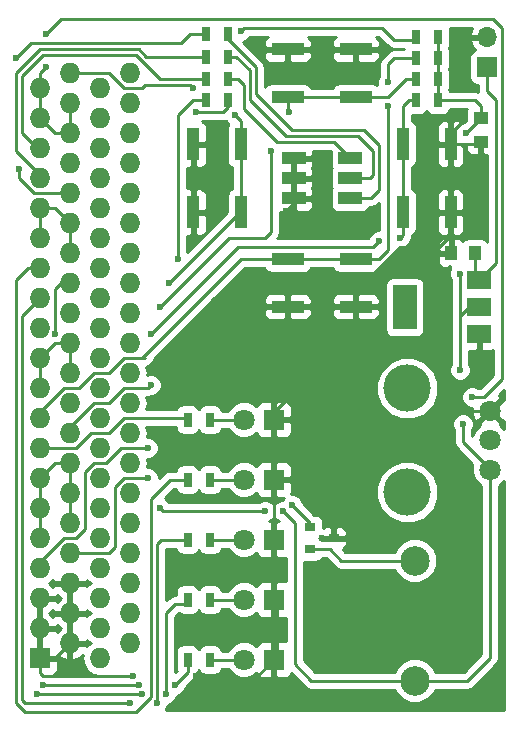
<source format=gbr>
G04 #@! TF.FileFunction,Copper,L1,Top,Signal*
%FSLAX46Y46*%
G04 Gerber Fmt 4.6, Leading zero omitted, Abs format (unit mm)*
G04 Created by KiCad (PCBNEW 4.0.6) date 2017 August 12, Saturday 01:15:01*
%MOMM*%
%LPD*%
G01*
G04 APERTURE LIST*
%ADD10C,0.100000*%
%ADD11C,2.499360*%
%ADD12R,1.800000X1.800000*%
%ADD13C,1.800000*%
%ADD14R,2.000000X1.100000*%
%ADD15O,1.727200X1.727200*%
%ADD16R,1.727200X1.727200*%
%ADD17C,4.000000*%
%ADD18R,2.000000X3.800000*%
%ADD19R,2.000000X1.500000*%
%ADD20R,1.000000X1.250000*%
%ADD21R,1.250000X1.000000*%
%ADD22R,0.700000X1.300000*%
%ADD23R,1.700000X1.700000*%
%ADD24O,1.700000X1.700000*%
%ADD25R,0.900000X0.800000*%
%ADD26R,2.750000X1.000000*%
%ADD27R,1.000000X2.750000*%
%ADD28C,0.600000*%
%ADD29C,0.250000*%
%ADD30C,0.254000*%
G04 APERTURE END LIST*
D10*
D11*
X78740000Y-114935000D03*
X78740000Y-125095000D03*
D12*
X66802000Y-102997000D03*
D13*
X64262000Y-102997000D03*
D12*
X66802000Y-118237000D03*
D13*
X64262000Y-118237000D03*
D12*
X66802000Y-113157000D03*
D13*
X64262000Y-113157000D03*
D12*
X66802000Y-123317000D03*
D13*
X64262000Y-123317000D03*
D12*
X66802000Y-108077000D03*
D13*
X64262000Y-108077000D03*
D14*
X68466000Y-80850000D03*
X68466000Y-82550000D03*
X68466000Y-84250000D03*
X73266000Y-84250000D03*
X73266000Y-82550000D03*
X73266000Y-80850000D03*
D15*
X54610000Y-73660000D03*
X52070000Y-74930000D03*
X54610000Y-76200000D03*
X52070000Y-77470000D03*
X54610000Y-78740000D03*
X52070000Y-80010000D03*
X54610000Y-81280000D03*
X52070000Y-82550000D03*
X54610000Y-83820000D03*
X52070000Y-85090000D03*
X54610000Y-86360000D03*
X52070000Y-87630000D03*
X54610000Y-88900000D03*
X52070000Y-90170000D03*
X54610000Y-91440000D03*
X52070000Y-92710000D03*
X54610000Y-93980000D03*
X52070000Y-95250000D03*
X49530000Y-96520000D03*
X49530000Y-93980000D03*
X49530000Y-91440000D03*
X49530000Y-88900000D03*
X49530000Y-86360000D03*
X49530000Y-83820000D03*
X49530000Y-81280000D03*
X49530000Y-78740000D03*
X49530000Y-76200000D03*
X49530000Y-73660000D03*
X46990000Y-95250000D03*
X46990000Y-92710000D03*
X46990000Y-90170000D03*
X46990000Y-87630000D03*
X46990000Y-85090000D03*
X46990000Y-82550000D03*
X46990000Y-80010000D03*
X46990000Y-77470000D03*
X46990000Y-74930000D03*
X54610000Y-96520000D03*
X54610000Y-121920000D03*
X52070000Y-123190000D03*
X46990000Y-97790000D03*
X46990000Y-100330000D03*
X46990000Y-102870000D03*
X46990000Y-105410000D03*
X46990000Y-107950000D03*
X46990000Y-110490000D03*
X46990000Y-113030000D03*
X46990000Y-115570000D03*
X46990000Y-118110000D03*
X46990000Y-120650000D03*
X49530000Y-99060000D03*
X49530000Y-101600000D03*
X49530000Y-104140000D03*
X49530000Y-106680000D03*
X49530000Y-109220000D03*
X49530000Y-111760000D03*
X49530000Y-114300000D03*
X49530000Y-116840000D03*
X49530000Y-119380000D03*
X49530000Y-121920000D03*
D16*
X46990000Y-123190000D03*
D15*
X52070000Y-120650000D03*
X54610000Y-119380000D03*
X52070000Y-118110000D03*
X54610000Y-116840000D03*
X52070000Y-115570000D03*
X54610000Y-114300000D03*
X52070000Y-113030000D03*
X54610000Y-111760000D03*
X52070000Y-110490000D03*
X54610000Y-109220000D03*
X52070000Y-107950000D03*
X54610000Y-106680000D03*
X52070000Y-105410000D03*
X54610000Y-104140000D03*
X52070000Y-102870000D03*
X54610000Y-101600000D03*
X52070000Y-100330000D03*
X54610000Y-99060000D03*
X52070000Y-97790000D03*
D13*
X85090000Y-107235000D03*
X85090000Y-104735000D03*
X85090000Y-102235000D03*
D17*
X78090000Y-109135000D03*
X78090000Y-100335000D03*
D18*
X77876000Y-93472000D03*
D19*
X84176000Y-93472000D03*
X84176000Y-91172000D03*
X84176000Y-95772000D03*
D20*
X83804000Y-88900000D03*
X81804000Y-88900000D03*
D21*
X84328000Y-77486000D03*
X84328000Y-79486000D03*
D22*
X61402000Y-102997000D03*
X59502000Y-102997000D03*
X61402000Y-118237000D03*
X59502000Y-118237000D03*
X61402000Y-113157000D03*
X59502000Y-113157000D03*
X61402000Y-123317000D03*
X59502000Y-123317000D03*
X61402000Y-108077000D03*
X59502000Y-108077000D03*
X62926000Y-70358000D03*
X61026000Y-70358000D03*
X62926000Y-72263000D03*
X61026000Y-72263000D03*
X62926000Y-74168000D03*
X61026000Y-74168000D03*
X61026000Y-75946000D03*
X62926000Y-75946000D03*
X80706000Y-74168000D03*
X78806000Y-74168000D03*
X80706000Y-70612000D03*
X78806000Y-70612000D03*
X80706000Y-75946000D03*
X78806000Y-75946000D03*
X80706000Y-72390000D03*
X78806000Y-72390000D03*
D23*
X84836000Y-73152000D03*
D24*
X84836000Y-70612000D03*
D25*
X69866000Y-112080000D03*
X69866000Y-113980000D03*
X71866000Y-113030000D03*
D26*
X67986000Y-75660000D03*
X73746000Y-75660000D03*
X73746000Y-71660000D03*
X67986000Y-71660000D03*
D27*
X63976000Y-85430000D03*
X63976000Y-79670000D03*
X59976000Y-79670000D03*
X59976000Y-85430000D03*
X77756000Y-79670000D03*
X77756000Y-85430000D03*
X81756000Y-85430000D03*
X81756000Y-79670000D03*
D26*
X73746000Y-89440000D03*
X67986000Y-89440000D03*
X67986000Y-93440000D03*
X73746000Y-93440000D03*
D28*
X82550000Y-90678000D03*
X83058000Y-78740000D03*
X82804000Y-103378000D03*
X82550000Y-98806000D03*
X67564000Y-110744000D03*
X66040000Y-110744000D03*
X57150000Y-110490000D03*
X70866000Y-113030000D03*
X60198000Y-124714000D03*
X54864000Y-124714000D03*
X82804000Y-77724000D03*
X76200000Y-71628000D03*
X65786000Y-71882000D03*
X67818000Y-85344000D03*
X61976000Y-85344000D03*
X48260000Y-95758000D03*
X47244000Y-125476000D03*
X55372000Y-125476000D03*
X58420000Y-125476000D03*
X44958000Y-72390000D03*
X45212000Y-81788000D03*
X47498000Y-73152000D03*
X47498000Y-70358000D03*
X83566000Y-101092000D03*
X60198000Y-76962000D03*
X59944000Y-74930000D03*
X46736000Y-126238000D03*
X55626000Y-126238000D03*
X57658000Y-126238000D03*
X56896000Y-127000000D03*
X54610000Y-127000000D03*
X76454000Y-74422000D03*
X76454000Y-76454000D03*
X56134000Y-105410000D03*
X68072000Y-76962000D03*
X66548000Y-80264000D03*
X57150000Y-93472000D03*
X77470000Y-87630000D03*
X75692000Y-87884000D03*
X56388000Y-95758000D03*
X56388000Y-100076000D03*
X57912000Y-91440000D03*
X56134000Y-107950000D03*
X63500000Y-77216000D03*
X64008000Y-70104000D03*
X68326000Y-110236000D03*
X58674000Y-89408000D03*
D29*
X69866000Y-113980000D02*
X71562000Y-113980000D01*
X72517000Y-114935000D02*
X78740000Y-114935000D01*
X71562000Y-113980000D02*
X72517000Y-114935000D01*
X82296000Y-75946000D02*
X83820000Y-75946000D01*
X84328000Y-76454000D02*
X84328000Y-77486000D01*
X83820000Y-75946000D02*
X84328000Y-76454000D01*
X82550000Y-94234000D02*
X82550000Y-90678000D01*
X83058000Y-78740000D02*
X83312000Y-78486000D01*
X83312000Y-78486000D02*
X83328000Y-78486000D01*
X83328000Y-78486000D02*
X84328000Y-77486000D01*
X84328000Y-77486000D02*
X84090000Y-77486000D01*
X82550000Y-75946000D02*
X82296000Y-75946000D01*
X82296000Y-75946000D02*
X80706000Y-75946000D01*
X85090000Y-107235000D02*
X85090000Y-107188000D01*
X85090000Y-107188000D02*
X82804000Y-104902000D01*
X82804000Y-104902000D02*
X82804000Y-103378000D01*
X82550000Y-98806000D02*
X82550000Y-94234000D01*
X82550000Y-94234000D02*
X83312000Y-93472000D01*
X83312000Y-93472000D02*
X84176000Y-93472000D01*
X69977000Y-125095000D02*
X78740000Y-125095000D01*
X68580000Y-123698000D02*
X69977000Y-125095000D01*
X68580000Y-111760000D02*
X68580000Y-123698000D01*
X67564000Y-110744000D02*
X68580000Y-111760000D01*
X57404000Y-110744000D02*
X66040000Y-110744000D01*
X57150000Y-110490000D02*
X57404000Y-110744000D01*
X85090000Y-107235000D02*
X85090000Y-123190000D01*
X83185000Y-125095000D02*
X78740000Y-125095000D01*
X85090000Y-123190000D02*
X83185000Y-125095000D01*
X80706000Y-74168000D02*
X80706000Y-75946000D01*
X80706000Y-70612000D02*
X80706000Y-75946000D01*
X46990000Y-107950000D02*
X46990000Y-110490000D01*
X49530000Y-111760000D02*
X49530000Y-109220000D01*
X46990000Y-113030000D02*
X46990000Y-107950000D01*
X46990000Y-107950000D02*
X48260000Y-106680000D01*
X48260000Y-106680000D02*
X49530000Y-106680000D01*
X49530000Y-106680000D02*
X49530000Y-111760000D01*
X83804000Y-88900000D02*
X83804000Y-90800000D01*
X83804000Y-90800000D02*
X84176000Y-91172000D01*
X84836000Y-73152000D02*
X84836000Y-75184000D01*
X85598000Y-89750000D02*
X84176000Y-91172000D01*
X85598000Y-75946000D02*
X85598000Y-89750000D01*
X84836000Y-75184000D02*
X85598000Y-75946000D01*
X70866000Y-113030000D02*
X71866000Y-113030000D01*
X81756000Y-79670000D02*
X84144000Y-79670000D01*
X84144000Y-79670000D02*
X84328000Y-79486000D01*
X84176000Y-95772000D02*
X84176000Y-98704000D01*
X84176000Y-98704000D02*
X80518000Y-102362000D01*
X81804000Y-88900000D02*
X81804000Y-87456000D01*
X81804000Y-87456000D02*
X81756000Y-87408000D01*
X46990000Y-123190000D02*
X46990000Y-124460000D01*
X64897000Y-125222000D02*
X66802000Y-123317000D01*
X60706000Y-125222000D02*
X64897000Y-125222000D01*
X60198000Y-124714000D02*
X60706000Y-125222000D01*
X47244000Y-124714000D02*
X54864000Y-124714000D01*
X46990000Y-124460000D02*
X47244000Y-124714000D01*
X85090000Y-102235000D02*
X80645000Y-102235000D01*
X79883000Y-102997000D02*
X66802000Y-102997000D01*
X80645000Y-102235000D02*
X80518000Y-102362000D01*
X80518000Y-102362000D02*
X79883000Y-102997000D01*
X73746000Y-93440000D02*
X73746000Y-92116000D01*
X81756000Y-87408000D02*
X81756000Y-85430000D01*
X80772000Y-88392000D02*
X81756000Y-87408000D01*
X77470000Y-88392000D02*
X80772000Y-88392000D01*
X73746000Y-92116000D02*
X77470000Y-88392000D01*
X66802000Y-102997000D02*
X66802000Y-102362000D01*
X66802000Y-102362000D02*
X67986000Y-101178000D01*
X67986000Y-101178000D02*
X67986000Y-93440000D01*
X68466000Y-80850000D02*
X68466000Y-84250000D01*
X73746000Y-71660000D02*
X76168000Y-71660000D01*
X82804000Y-77724000D02*
X81756000Y-78772000D01*
X76168000Y-71660000D02*
X76200000Y-71628000D01*
X81756000Y-78772000D02*
X81756000Y-79670000D01*
X66008000Y-71660000D02*
X67986000Y-71660000D01*
X65786000Y-71882000D02*
X66008000Y-71660000D01*
X59976000Y-85430000D02*
X61890000Y-85430000D01*
X67818000Y-85344000D02*
X68466000Y-84696000D01*
X61890000Y-85430000D02*
X61976000Y-85344000D01*
X68466000Y-84696000D02*
X68466000Y-84250000D01*
X67986000Y-93440000D02*
X73746000Y-93440000D01*
X81756000Y-79670000D02*
X81756000Y-85430000D01*
X67986000Y-71660000D02*
X73746000Y-71660000D01*
X59976000Y-79670000D02*
X59976000Y-85430000D01*
X66802000Y-102997000D02*
X66802000Y-108077000D01*
X66802000Y-108077000D02*
X66802000Y-113157000D01*
X66802000Y-113157000D02*
X66802000Y-118237000D01*
X66802000Y-118237000D02*
X67056000Y-118491000D01*
X67056000Y-118491000D02*
X67056000Y-123063000D01*
X67056000Y-123063000D02*
X66802000Y-123317000D01*
X49530000Y-116840000D02*
X49530000Y-119380000D01*
X49530000Y-119380000D02*
X49530000Y-121920000D01*
X49530000Y-121920000D02*
X48260000Y-123190000D01*
X48260000Y-123190000D02*
X46990000Y-123190000D01*
X46990000Y-123190000D02*
X46990000Y-120650000D01*
X46990000Y-120650000D02*
X46990000Y-118110000D01*
X61402000Y-102997000D02*
X64262000Y-102997000D01*
X61402000Y-118237000D02*
X64262000Y-118237000D01*
X61402000Y-113157000D02*
X64262000Y-113157000D01*
X61402000Y-123317000D02*
X64262000Y-123317000D01*
X61402000Y-108077000D02*
X64262000Y-108077000D01*
X62926000Y-70358000D02*
X62926000Y-70800000D01*
X62926000Y-70800000D02*
X65278000Y-73152000D01*
X65278000Y-73152000D02*
X65278000Y-75438000D01*
X65278000Y-75438000D02*
X68326000Y-78486000D01*
X68326000Y-78486000D02*
X74422000Y-78486000D01*
X74422000Y-78486000D02*
X75692000Y-79756000D01*
X75692000Y-79756000D02*
X75692000Y-83566000D01*
X75692000Y-83566000D02*
X75008000Y-84250000D01*
X75008000Y-84250000D02*
X73266000Y-84250000D01*
X62926000Y-72263000D02*
X63627000Y-72263000D01*
X74930000Y-82550000D02*
X73266000Y-82550000D01*
X75184000Y-82296000D02*
X74930000Y-82550000D01*
X75184000Y-80264000D02*
X75184000Y-82296000D01*
X73914000Y-78994000D02*
X75184000Y-80264000D01*
X67818000Y-78994000D02*
X73914000Y-78994000D01*
X64770000Y-75946000D02*
X67818000Y-78994000D01*
X64770000Y-73406000D02*
X64770000Y-75946000D01*
X63627000Y-72263000D02*
X64770000Y-73406000D01*
X62926000Y-74168000D02*
X63754000Y-74168000D01*
X71918000Y-79502000D02*
X73266000Y-80850000D01*
X67056000Y-79502000D02*
X71918000Y-79502000D01*
X64262000Y-76708000D02*
X67056000Y-79502000D01*
X64262000Y-74676000D02*
X64262000Y-76708000D01*
X63754000Y-74168000D02*
X64262000Y-74676000D01*
X46990000Y-100330000D02*
X46990000Y-97790000D01*
X46990000Y-97790000D02*
X48260000Y-96520000D01*
X48260000Y-96520000D02*
X49530000Y-96520000D01*
X49530000Y-96520000D02*
X49530000Y-99060000D01*
X49530000Y-91440000D02*
X48768000Y-91440000D01*
X48768000Y-91440000D02*
X48260000Y-91948000D01*
X48260000Y-91948000D02*
X48260000Y-95758000D01*
X47244000Y-125476000D02*
X55372000Y-125476000D01*
X58420000Y-125476000D02*
X59502000Y-124394000D01*
X59502000Y-124394000D02*
X59502000Y-123317000D01*
X49530000Y-88900000D02*
X49530000Y-86360000D01*
X49530000Y-86360000D02*
X48260000Y-85090000D01*
X48260000Y-85090000D02*
X46990000Y-85090000D01*
X46990000Y-85090000D02*
X46990000Y-87630000D01*
X49530000Y-83820000D02*
X46482000Y-83820000D01*
X59690000Y-70358000D02*
X61026000Y-70358000D01*
X58928000Y-71120000D02*
X59690000Y-70358000D01*
X46228000Y-71120000D02*
X58928000Y-71120000D01*
X44958000Y-72390000D02*
X46228000Y-71120000D01*
X45212000Y-82550000D02*
X45212000Y-81788000D01*
X46482000Y-83820000D02*
X45212000Y-82550000D01*
X82042000Y-69088000D02*
X85344000Y-69088000D01*
X86106000Y-69850000D02*
X86106000Y-73152000D01*
X85344000Y-69088000D02*
X86106000Y-69850000D01*
X46990000Y-73660000D02*
X47498000Y-73152000D01*
X47498000Y-70358000D02*
X48768000Y-69088000D01*
X48768000Y-69088000D02*
X82042000Y-69088000D01*
X82042000Y-69088000D02*
X82296000Y-69088000D01*
X86106000Y-73152000D02*
X86106000Y-99568000D01*
X86106000Y-99568000D02*
X84582000Y-101092000D01*
X84582000Y-101092000D02*
X83566000Y-101092000D01*
X46990000Y-73660000D02*
X46990000Y-74930000D01*
X86106000Y-72898000D02*
X86106000Y-73152000D01*
X46990000Y-74930000D02*
X46990000Y-77470000D01*
X46990000Y-77470000D02*
X48260000Y-78740000D01*
X48260000Y-78740000D02*
X49530000Y-78740000D01*
X49530000Y-78740000D02*
X49530000Y-76200000D01*
X62926000Y-75946000D02*
X62926000Y-76520000D01*
X62926000Y-76520000D02*
X62484000Y-76962000D01*
X62484000Y-76962000D02*
X60198000Y-76962000D01*
X59944000Y-74930000D02*
X59690000Y-74676000D01*
X59690000Y-74676000D02*
X55880000Y-74676000D01*
X55880000Y-74676000D02*
X55626000Y-74930000D01*
X55626000Y-74930000D02*
X54102000Y-74930000D01*
X54102000Y-74930000D02*
X52832000Y-73660000D01*
X52832000Y-73660000D02*
X49530000Y-73660000D01*
X46736000Y-126238000D02*
X55626000Y-126238000D01*
X57658000Y-126238000D02*
X57658000Y-119380000D01*
X57658000Y-119380000D02*
X58420000Y-118618000D01*
X58420000Y-118618000D02*
X59121000Y-118618000D01*
X59121000Y-118618000D02*
X59502000Y-118237000D01*
X46990000Y-92710000D02*
X45466000Y-94234000D01*
X57277000Y-113157000D02*
X59502000Y-113157000D01*
X56896000Y-113538000D02*
X57277000Y-113157000D01*
X56896000Y-115570000D02*
X56896000Y-113538000D01*
X56896000Y-127000000D02*
X56896000Y-115570000D01*
X45720000Y-127000000D02*
X54610000Y-127000000D01*
X45466000Y-126746000D02*
X45720000Y-127000000D01*
X45466000Y-94234000D02*
X45466000Y-126746000D01*
X46990000Y-90170000D02*
X45974000Y-90170000D01*
X58039000Y-108077000D02*
X59502000Y-108077000D01*
X56388000Y-109728000D02*
X58039000Y-108077000D01*
X56388000Y-126492000D02*
X56388000Y-109728000D01*
X55118000Y-127762000D02*
X56388000Y-126492000D01*
X45720000Y-127762000D02*
X55118000Y-127762000D01*
X44958000Y-127000000D02*
X45720000Y-127762000D01*
X44958000Y-91186000D02*
X44958000Y-127000000D01*
X45974000Y-90170000D02*
X44958000Y-91186000D01*
X46990000Y-82550000D02*
X46990000Y-82296000D01*
X46990000Y-82296000D02*
X44958000Y-80264000D01*
X44958000Y-80264000D02*
X44958000Y-73660000D01*
X44958000Y-73660000D02*
X46990000Y-71628000D01*
X46990000Y-71628000D02*
X55372000Y-71628000D01*
X55372000Y-71628000D02*
X56007000Y-72263000D01*
X56007000Y-72263000D02*
X61026000Y-72263000D01*
X46990000Y-80010000D02*
X46736000Y-80010000D01*
X46736000Y-80010000D02*
X45466000Y-78740000D01*
X45466000Y-78740000D02*
X45466000Y-73914000D01*
X45466000Y-73914000D02*
X47244000Y-72136000D01*
X47244000Y-72136000D02*
X55118000Y-72136000D01*
X55118000Y-72136000D02*
X57150000Y-74168000D01*
X57150000Y-74168000D02*
X61026000Y-74168000D01*
X55626000Y-97790000D02*
X63500000Y-89916000D01*
X64008000Y-89408000D02*
X67954000Y-89408000D01*
X63500000Y-89916000D02*
X64008000Y-89408000D01*
X67954000Y-89408000D02*
X67986000Y-89440000D01*
X46990000Y-102870000D02*
X46990000Y-102362000D01*
X46990000Y-102362000D02*
X49022000Y-100330000D01*
X49022000Y-100330000D02*
X50292000Y-100330000D01*
X50292000Y-100330000D02*
X51562000Y-99060000D01*
X51562000Y-99060000D02*
X52832000Y-99060000D01*
X52832000Y-99060000D02*
X54102000Y-97790000D01*
X54102000Y-97790000D02*
X55626000Y-97790000D01*
X55626000Y-97790000D02*
X55880000Y-97790000D01*
X76454000Y-76962000D02*
X76454000Y-76454000D01*
X75660000Y-89440000D02*
X76454000Y-88646000D01*
X76454000Y-88646000D02*
X76454000Y-76962000D01*
X73746000Y-89440000D02*
X75660000Y-89440000D01*
X76962000Y-72390000D02*
X78806000Y-72390000D01*
X76454000Y-72898000D02*
X76962000Y-72390000D01*
X76454000Y-74422000D02*
X76454000Y-72898000D01*
X67986000Y-89440000D02*
X73746000Y-89440000D01*
X46990000Y-105410000D02*
X50038000Y-105410000D01*
X54102000Y-102870000D02*
X59375000Y-102870000D01*
X52832000Y-104140000D02*
X54102000Y-102870000D01*
X51308000Y-104140000D02*
X52832000Y-104140000D01*
X50038000Y-105410000D02*
X51308000Y-104140000D01*
X59375000Y-102870000D02*
X59502000Y-102997000D01*
X55880000Y-105410000D02*
X56134000Y-105410000D01*
X67986000Y-76876000D02*
X67986000Y-75660000D01*
X68072000Y-76962000D02*
X67986000Y-76876000D01*
X66548000Y-87122000D02*
X66548000Y-80264000D01*
X66040000Y-87630000D02*
X66548000Y-87122000D01*
X62992000Y-87630000D02*
X66040000Y-87630000D01*
X57150000Y-93472000D02*
X62992000Y-87630000D01*
X46990000Y-115570000D02*
X46990000Y-115062000D01*
X46990000Y-115062000D02*
X49022000Y-113030000D01*
X49022000Y-113030000D02*
X50038000Y-113030000D01*
X50038000Y-113030000D02*
X50800000Y-112268000D01*
X50800000Y-112268000D02*
X50800000Y-107442000D01*
X50800000Y-107442000D02*
X51562000Y-106680000D01*
X51562000Y-106680000D02*
X52578000Y-106680000D01*
X52578000Y-106680000D02*
X53848000Y-105410000D01*
X53848000Y-105410000D02*
X55880000Y-105410000D01*
X73746000Y-75660000D02*
X76486000Y-75660000D01*
X77978000Y-74168000D02*
X78806000Y-74168000D01*
X76486000Y-75660000D02*
X77978000Y-74168000D01*
X67986000Y-75660000D02*
X73746000Y-75660000D01*
X55880000Y-100330000D02*
X56134000Y-100330000D01*
X54102000Y-100330000D02*
X55880000Y-100330000D01*
X52832000Y-101600000D02*
X54102000Y-100330000D01*
X51562000Y-101600000D02*
X52832000Y-101600000D01*
X49530000Y-103632000D02*
X51562000Y-101600000D01*
X77756000Y-87344000D02*
X77756000Y-85430000D01*
X77470000Y-87630000D02*
X77756000Y-87344000D01*
X75184000Y-88392000D02*
X75692000Y-87884000D01*
X63754000Y-88392000D02*
X75184000Y-88392000D01*
X56388000Y-95758000D02*
X63754000Y-88392000D01*
X56134000Y-100330000D02*
X56388000Y-100076000D01*
X49530000Y-104140000D02*
X49530000Y-103632000D01*
X77756000Y-79670000D02*
X77756000Y-76422000D01*
X78232000Y-75946000D02*
X78806000Y-75946000D01*
X77756000Y-76422000D02*
X78232000Y-75946000D01*
X77756000Y-79670000D02*
X77756000Y-85430000D01*
X55880000Y-107950000D02*
X56134000Y-107950000D01*
X52832000Y-114300000D02*
X53340000Y-113792000D01*
X53340000Y-113792000D02*
X53340000Y-108712000D01*
X53340000Y-108712000D02*
X54102000Y-107950000D01*
X54102000Y-107950000D02*
X55880000Y-107950000D01*
X49530000Y-114300000D02*
X52832000Y-114300000D01*
X57912000Y-91440000D02*
X63922000Y-85430000D01*
X63922000Y-85430000D02*
X63976000Y-85430000D01*
X78552000Y-70866000D02*
X76962000Y-70866000D01*
X63976000Y-77692000D02*
X63500000Y-77216000D01*
X64008000Y-70104000D02*
X64262000Y-69850000D01*
X64262000Y-69850000D02*
X75946000Y-69850000D01*
X75946000Y-69850000D02*
X76962000Y-70866000D01*
X63976000Y-77692000D02*
X63976000Y-79670000D01*
X78552000Y-70866000D02*
X78806000Y-70612000D01*
X63976000Y-79670000D02*
X63976000Y-85430000D01*
X69866000Y-112080000D02*
X69866000Y-111776000D01*
X69866000Y-111776000D02*
X68326000Y-110236000D01*
X58674000Y-89408000D02*
X58674000Y-77216000D01*
X58674000Y-77216000D02*
X59944000Y-75946000D01*
X59944000Y-75946000D02*
X61026000Y-75946000D01*
D30*
G36*
X86285000Y-127560000D02*
X57658467Y-127560000D01*
X57688192Y-127530327D01*
X57830838Y-127186799D01*
X57830850Y-127173151D01*
X57843167Y-127173162D01*
X58186943Y-127031117D01*
X58450192Y-126768327D01*
X58592838Y-126424799D01*
X58592850Y-126411151D01*
X58605167Y-126411162D01*
X58948943Y-126269117D01*
X59212192Y-126006327D01*
X59354838Y-125662799D01*
X59354879Y-125615923D01*
X60039401Y-124931401D01*
X60204148Y-124684839D01*
X60247456Y-124467115D01*
X60303441Y-124431090D01*
X60448431Y-124218890D01*
X60451081Y-124205803D01*
X60587910Y-124418441D01*
X60800110Y-124563431D01*
X61052000Y-124614440D01*
X61752000Y-124614440D01*
X61987317Y-124570162D01*
X62203441Y-124431090D01*
X62348431Y-124218890D01*
X62377164Y-124077000D01*
X62915154Y-124077000D01*
X62959932Y-124185371D01*
X63391357Y-124617551D01*
X63955330Y-124851733D01*
X64565991Y-124852265D01*
X65130371Y-124619068D01*
X65307841Y-124441908D01*
X65363673Y-124576699D01*
X65542302Y-124755327D01*
X65775691Y-124852000D01*
X66516250Y-124852000D01*
X66675000Y-124693250D01*
X66675000Y-123444000D01*
X66655000Y-123444000D01*
X66655000Y-123190000D01*
X66675000Y-123190000D01*
X66675000Y-121940750D01*
X66516250Y-121782000D01*
X65775691Y-121782000D01*
X65542302Y-121878673D01*
X65363673Y-122057301D01*
X65307881Y-122191994D01*
X65132643Y-122016449D01*
X64568670Y-121782267D01*
X63958009Y-121781735D01*
X63393629Y-122014932D01*
X62961449Y-122446357D01*
X62915506Y-122557000D01*
X62378742Y-122557000D01*
X62355162Y-122431683D01*
X62216090Y-122215559D01*
X62003890Y-122070569D01*
X61752000Y-122019560D01*
X61052000Y-122019560D01*
X60816683Y-122063838D01*
X60600559Y-122202910D01*
X60455569Y-122415110D01*
X60452919Y-122428197D01*
X60316090Y-122215559D01*
X60103890Y-122070569D01*
X59852000Y-122019560D01*
X59152000Y-122019560D01*
X58916683Y-122063838D01*
X58700559Y-122202910D01*
X58555569Y-122415110D01*
X58504560Y-122667000D01*
X58504560Y-123967000D01*
X58548838Y-124202317D01*
X58576262Y-124244936D01*
X58418000Y-124403198D01*
X58418000Y-119694802D01*
X58734802Y-119378000D01*
X58745807Y-119378000D01*
X58900110Y-119483431D01*
X59152000Y-119534440D01*
X59852000Y-119534440D01*
X60087317Y-119490162D01*
X60303441Y-119351090D01*
X60448431Y-119138890D01*
X60451081Y-119125803D01*
X60587910Y-119338441D01*
X60800110Y-119483431D01*
X61052000Y-119534440D01*
X61752000Y-119534440D01*
X61987317Y-119490162D01*
X62203441Y-119351090D01*
X62348431Y-119138890D01*
X62377164Y-118997000D01*
X62915154Y-118997000D01*
X62959932Y-119105371D01*
X63391357Y-119537551D01*
X63955330Y-119771733D01*
X64565991Y-119772265D01*
X65130371Y-119539068D01*
X65307841Y-119361908D01*
X65363673Y-119496699D01*
X65542302Y-119675327D01*
X65775691Y-119772000D01*
X66516250Y-119772000D01*
X66675000Y-119613250D01*
X66675000Y-118364000D01*
X66655000Y-118364000D01*
X66655000Y-118110000D01*
X66675000Y-118110000D01*
X66675000Y-116860750D01*
X66516250Y-116702000D01*
X65775691Y-116702000D01*
X65542302Y-116798673D01*
X65363673Y-116977301D01*
X65307881Y-117111994D01*
X65132643Y-116936449D01*
X64568670Y-116702267D01*
X63958009Y-116701735D01*
X63393629Y-116934932D01*
X62961449Y-117366357D01*
X62915506Y-117477000D01*
X62378742Y-117477000D01*
X62355162Y-117351683D01*
X62216090Y-117135559D01*
X62003890Y-116990569D01*
X61752000Y-116939560D01*
X61052000Y-116939560D01*
X60816683Y-116983838D01*
X60600559Y-117122910D01*
X60455569Y-117335110D01*
X60452919Y-117348197D01*
X60316090Y-117135559D01*
X60103890Y-116990569D01*
X59852000Y-116939560D01*
X59152000Y-116939560D01*
X58916683Y-116983838D01*
X58700559Y-117122910D01*
X58555569Y-117335110D01*
X58504560Y-117587000D01*
X58504560Y-117858000D01*
X58420000Y-117858000D01*
X58129161Y-117915852D01*
X57882599Y-118080599D01*
X57656000Y-118307198D01*
X57656000Y-113917000D01*
X58525258Y-113917000D01*
X58548838Y-114042317D01*
X58687910Y-114258441D01*
X58900110Y-114403431D01*
X59152000Y-114454440D01*
X59852000Y-114454440D01*
X60087317Y-114410162D01*
X60303441Y-114271090D01*
X60448431Y-114058890D01*
X60451081Y-114045803D01*
X60587910Y-114258441D01*
X60800110Y-114403431D01*
X61052000Y-114454440D01*
X61752000Y-114454440D01*
X61987317Y-114410162D01*
X62203441Y-114271090D01*
X62348431Y-114058890D01*
X62377164Y-113917000D01*
X62915154Y-113917000D01*
X62959932Y-114025371D01*
X63391357Y-114457551D01*
X63955330Y-114691733D01*
X64565991Y-114692265D01*
X65130371Y-114459068D01*
X65307841Y-114281908D01*
X65363673Y-114416699D01*
X65542302Y-114595327D01*
X65775691Y-114692000D01*
X66516250Y-114692000D01*
X66675000Y-114533250D01*
X66675000Y-113284000D01*
X66655000Y-113284000D01*
X66655000Y-113030000D01*
X66675000Y-113030000D01*
X66675000Y-111780750D01*
X66516250Y-111622000D01*
X66363510Y-111622000D01*
X66568943Y-111537117D01*
X66802176Y-111304291D01*
X67033673Y-111536192D01*
X67240321Y-111622000D01*
X67087750Y-111622000D01*
X66929000Y-111780750D01*
X66929000Y-113030000D01*
X66949000Y-113030000D01*
X66949000Y-113284000D01*
X66929000Y-113284000D01*
X66929000Y-114533250D01*
X67087750Y-114692000D01*
X67820000Y-114692000D01*
X67820000Y-116702000D01*
X67087750Y-116702000D01*
X66929000Y-116860750D01*
X66929000Y-118110000D01*
X66949000Y-118110000D01*
X66949000Y-118364000D01*
X66929000Y-118364000D01*
X66929000Y-119613250D01*
X67087750Y-119772000D01*
X67820000Y-119772000D01*
X67820000Y-121782000D01*
X67087750Y-121782000D01*
X66929000Y-121940750D01*
X66929000Y-123190000D01*
X66949000Y-123190000D01*
X66949000Y-123444000D01*
X66929000Y-123444000D01*
X66929000Y-124693250D01*
X67087750Y-124852000D01*
X67828309Y-124852000D01*
X68061698Y-124755327D01*
X68240327Y-124576699D01*
X68282378Y-124475180D01*
X69439599Y-125632401D01*
X69686160Y-125797148D01*
X69977000Y-125855000D01*
X77014799Y-125855000D01*
X77141314Y-126161191D01*
X77671021Y-126691822D01*
X78363469Y-126979352D01*
X79113241Y-126980006D01*
X79806191Y-126693686D01*
X80336822Y-126163979D01*
X80465121Y-125855000D01*
X83185000Y-125855000D01*
X83475839Y-125797148D01*
X83722401Y-125632401D01*
X85627401Y-123727401D01*
X85792148Y-123480839D01*
X85850000Y-123190000D01*
X85850000Y-108581846D01*
X85958371Y-108537068D01*
X86285000Y-108211010D01*
X86285000Y-127560000D01*
X86285000Y-127560000D01*
G37*
X86285000Y-127560000D02*
X57658467Y-127560000D01*
X57688192Y-127530327D01*
X57830838Y-127186799D01*
X57830850Y-127173151D01*
X57843167Y-127173162D01*
X58186943Y-127031117D01*
X58450192Y-126768327D01*
X58592838Y-126424799D01*
X58592850Y-126411151D01*
X58605167Y-126411162D01*
X58948943Y-126269117D01*
X59212192Y-126006327D01*
X59354838Y-125662799D01*
X59354879Y-125615923D01*
X60039401Y-124931401D01*
X60204148Y-124684839D01*
X60247456Y-124467115D01*
X60303441Y-124431090D01*
X60448431Y-124218890D01*
X60451081Y-124205803D01*
X60587910Y-124418441D01*
X60800110Y-124563431D01*
X61052000Y-124614440D01*
X61752000Y-124614440D01*
X61987317Y-124570162D01*
X62203441Y-124431090D01*
X62348431Y-124218890D01*
X62377164Y-124077000D01*
X62915154Y-124077000D01*
X62959932Y-124185371D01*
X63391357Y-124617551D01*
X63955330Y-124851733D01*
X64565991Y-124852265D01*
X65130371Y-124619068D01*
X65307841Y-124441908D01*
X65363673Y-124576699D01*
X65542302Y-124755327D01*
X65775691Y-124852000D01*
X66516250Y-124852000D01*
X66675000Y-124693250D01*
X66675000Y-123444000D01*
X66655000Y-123444000D01*
X66655000Y-123190000D01*
X66675000Y-123190000D01*
X66675000Y-121940750D01*
X66516250Y-121782000D01*
X65775691Y-121782000D01*
X65542302Y-121878673D01*
X65363673Y-122057301D01*
X65307881Y-122191994D01*
X65132643Y-122016449D01*
X64568670Y-121782267D01*
X63958009Y-121781735D01*
X63393629Y-122014932D01*
X62961449Y-122446357D01*
X62915506Y-122557000D01*
X62378742Y-122557000D01*
X62355162Y-122431683D01*
X62216090Y-122215559D01*
X62003890Y-122070569D01*
X61752000Y-122019560D01*
X61052000Y-122019560D01*
X60816683Y-122063838D01*
X60600559Y-122202910D01*
X60455569Y-122415110D01*
X60452919Y-122428197D01*
X60316090Y-122215559D01*
X60103890Y-122070569D01*
X59852000Y-122019560D01*
X59152000Y-122019560D01*
X58916683Y-122063838D01*
X58700559Y-122202910D01*
X58555569Y-122415110D01*
X58504560Y-122667000D01*
X58504560Y-123967000D01*
X58548838Y-124202317D01*
X58576262Y-124244936D01*
X58418000Y-124403198D01*
X58418000Y-119694802D01*
X58734802Y-119378000D01*
X58745807Y-119378000D01*
X58900110Y-119483431D01*
X59152000Y-119534440D01*
X59852000Y-119534440D01*
X60087317Y-119490162D01*
X60303441Y-119351090D01*
X60448431Y-119138890D01*
X60451081Y-119125803D01*
X60587910Y-119338441D01*
X60800110Y-119483431D01*
X61052000Y-119534440D01*
X61752000Y-119534440D01*
X61987317Y-119490162D01*
X62203441Y-119351090D01*
X62348431Y-119138890D01*
X62377164Y-118997000D01*
X62915154Y-118997000D01*
X62959932Y-119105371D01*
X63391357Y-119537551D01*
X63955330Y-119771733D01*
X64565991Y-119772265D01*
X65130371Y-119539068D01*
X65307841Y-119361908D01*
X65363673Y-119496699D01*
X65542302Y-119675327D01*
X65775691Y-119772000D01*
X66516250Y-119772000D01*
X66675000Y-119613250D01*
X66675000Y-118364000D01*
X66655000Y-118364000D01*
X66655000Y-118110000D01*
X66675000Y-118110000D01*
X66675000Y-116860750D01*
X66516250Y-116702000D01*
X65775691Y-116702000D01*
X65542302Y-116798673D01*
X65363673Y-116977301D01*
X65307881Y-117111994D01*
X65132643Y-116936449D01*
X64568670Y-116702267D01*
X63958009Y-116701735D01*
X63393629Y-116934932D01*
X62961449Y-117366357D01*
X62915506Y-117477000D01*
X62378742Y-117477000D01*
X62355162Y-117351683D01*
X62216090Y-117135559D01*
X62003890Y-116990569D01*
X61752000Y-116939560D01*
X61052000Y-116939560D01*
X60816683Y-116983838D01*
X60600559Y-117122910D01*
X60455569Y-117335110D01*
X60452919Y-117348197D01*
X60316090Y-117135559D01*
X60103890Y-116990569D01*
X59852000Y-116939560D01*
X59152000Y-116939560D01*
X58916683Y-116983838D01*
X58700559Y-117122910D01*
X58555569Y-117335110D01*
X58504560Y-117587000D01*
X58504560Y-117858000D01*
X58420000Y-117858000D01*
X58129161Y-117915852D01*
X57882599Y-118080599D01*
X57656000Y-118307198D01*
X57656000Y-113917000D01*
X58525258Y-113917000D01*
X58548838Y-114042317D01*
X58687910Y-114258441D01*
X58900110Y-114403431D01*
X59152000Y-114454440D01*
X59852000Y-114454440D01*
X60087317Y-114410162D01*
X60303441Y-114271090D01*
X60448431Y-114058890D01*
X60451081Y-114045803D01*
X60587910Y-114258441D01*
X60800110Y-114403431D01*
X61052000Y-114454440D01*
X61752000Y-114454440D01*
X61987317Y-114410162D01*
X62203441Y-114271090D01*
X62348431Y-114058890D01*
X62377164Y-113917000D01*
X62915154Y-113917000D01*
X62959932Y-114025371D01*
X63391357Y-114457551D01*
X63955330Y-114691733D01*
X64565991Y-114692265D01*
X65130371Y-114459068D01*
X65307841Y-114281908D01*
X65363673Y-114416699D01*
X65542302Y-114595327D01*
X65775691Y-114692000D01*
X66516250Y-114692000D01*
X66675000Y-114533250D01*
X66675000Y-113284000D01*
X66655000Y-113284000D01*
X66655000Y-113030000D01*
X66675000Y-113030000D01*
X66675000Y-111780750D01*
X66516250Y-111622000D01*
X66363510Y-111622000D01*
X66568943Y-111537117D01*
X66802176Y-111304291D01*
X67033673Y-111536192D01*
X67240321Y-111622000D01*
X67087750Y-111622000D01*
X66929000Y-111780750D01*
X66929000Y-113030000D01*
X66949000Y-113030000D01*
X66949000Y-113284000D01*
X66929000Y-113284000D01*
X66929000Y-114533250D01*
X67087750Y-114692000D01*
X67820000Y-114692000D01*
X67820000Y-116702000D01*
X67087750Y-116702000D01*
X66929000Y-116860750D01*
X66929000Y-118110000D01*
X66949000Y-118110000D01*
X66949000Y-118364000D01*
X66929000Y-118364000D01*
X66929000Y-119613250D01*
X67087750Y-119772000D01*
X67820000Y-119772000D01*
X67820000Y-121782000D01*
X67087750Y-121782000D01*
X66929000Y-121940750D01*
X66929000Y-123190000D01*
X66949000Y-123190000D01*
X66949000Y-123444000D01*
X66929000Y-123444000D01*
X66929000Y-124693250D01*
X67087750Y-124852000D01*
X67828309Y-124852000D01*
X68061698Y-124755327D01*
X68240327Y-124576699D01*
X68282378Y-124475180D01*
X69439599Y-125632401D01*
X69686160Y-125797148D01*
X69977000Y-125855000D01*
X77014799Y-125855000D01*
X77141314Y-126161191D01*
X77671021Y-126691822D01*
X78363469Y-126979352D01*
X79113241Y-126980006D01*
X79806191Y-126693686D01*
X80336822Y-126163979D01*
X80465121Y-125855000D01*
X83185000Y-125855000D01*
X83475839Y-125797148D01*
X83722401Y-125632401D01*
X85627401Y-123727401D01*
X85792148Y-123480839D01*
X85850000Y-123190000D01*
X85850000Y-108581846D01*
X85958371Y-108537068D01*
X86285000Y-108211010D01*
X86285000Y-127560000D01*
G36*
X51010330Y-116659029D02*
X51281172Y-116840000D01*
X51010330Y-117020971D01*
X50944029Y-117120197D01*
X50864469Y-116967000D01*
X49657000Y-116967000D01*
X49657000Y-119253000D01*
X50864469Y-119253000D01*
X50944029Y-119099803D01*
X51010330Y-119199029D01*
X51281172Y-119380000D01*
X51010330Y-119560971D01*
X50944029Y-119660197D01*
X50864469Y-119507000D01*
X49657000Y-119507000D01*
X49657000Y-121793000D01*
X50864469Y-121793000D01*
X50944029Y-121639803D01*
X51010330Y-121739029D01*
X51281172Y-121920000D01*
X51010330Y-122100971D01*
X50944029Y-122200197D01*
X50864469Y-122047000D01*
X49657000Y-122047000D01*
X49657000Y-123253817D01*
X49889026Y-123374958D01*
X50304947Y-123202688D01*
X50620290Y-122914855D01*
X50571400Y-123160641D01*
X50571400Y-123219359D01*
X50685474Y-123792848D01*
X51010330Y-124279029D01*
X51496511Y-124603885D01*
X52060151Y-124716000D01*
X47806463Y-124716000D01*
X47779111Y-124688600D01*
X47979910Y-124688600D01*
X48213299Y-124591927D01*
X48391927Y-124413298D01*
X48488600Y-124179909D01*
X48488600Y-123475750D01*
X48329850Y-123317000D01*
X47117000Y-123317000D01*
X47117000Y-123337000D01*
X46863000Y-123337000D01*
X46863000Y-123317000D01*
X46843000Y-123317000D01*
X46843000Y-123063000D01*
X46863000Y-123063000D01*
X46863000Y-120777000D01*
X46843000Y-120777000D01*
X46843000Y-120523000D01*
X46863000Y-120523000D01*
X46863000Y-118237000D01*
X46843000Y-118237000D01*
X46843000Y-117983000D01*
X46863000Y-117983000D01*
X46863000Y-117963000D01*
X47117000Y-117963000D01*
X47117000Y-117983000D01*
X48324469Y-117983000D01*
X48413724Y-117811136D01*
X48741152Y-118110000D01*
X48413724Y-118408864D01*
X48324469Y-118237000D01*
X47117000Y-118237000D01*
X47117000Y-120523000D01*
X48324469Y-120523000D01*
X48413724Y-120351136D01*
X48741152Y-120650000D01*
X48413724Y-120948864D01*
X48324469Y-120777000D01*
X47117000Y-120777000D01*
X47117000Y-123063000D01*
X48329850Y-123063000D01*
X48459726Y-122933124D01*
X48755053Y-123202688D01*
X49170974Y-123374958D01*
X49403000Y-123253817D01*
X49403000Y-122047000D01*
X49383000Y-122047000D01*
X49383000Y-121793000D01*
X49403000Y-121793000D01*
X49403000Y-119507000D01*
X48195531Y-119507000D01*
X48106276Y-119678864D01*
X47778848Y-119380000D01*
X48106276Y-119081136D01*
X48195531Y-119253000D01*
X49403000Y-119253000D01*
X49403000Y-116967000D01*
X48195531Y-116967000D01*
X48106276Y-117138864D01*
X47778839Y-116839992D01*
X48049670Y-116659029D01*
X48115971Y-116559803D01*
X48195531Y-116713000D01*
X49403000Y-116713000D01*
X49403000Y-116693000D01*
X49657000Y-116693000D01*
X49657000Y-116713000D01*
X50864469Y-116713000D01*
X50944029Y-116559803D01*
X51010330Y-116659029D01*
X51010330Y-116659029D01*
G37*
X51010330Y-116659029D02*
X51281172Y-116840000D01*
X51010330Y-117020971D01*
X50944029Y-117120197D01*
X50864469Y-116967000D01*
X49657000Y-116967000D01*
X49657000Y-119253000D01*
X50864469Y-119253000D01*
X50944029Y-119099803D01*
X51010330Y-119199029D01*
X51281172Y-119380000D01*
X51010330Y-119560971D01*
X50944029Y-119660197D01*
X50864469Y-119507000D01*
X49657000Y-119507000D01*
X49657000Y-121793000D01*
X50864469Y-121793000D01*
X50944029Y-121639803D01*
X51010330Y-121739029D01*
X51281172Y-121920000D01*
X51010330Y-122100971D01*
X50944029Y-122200197D01*
X50864469Y-122047000D01*
X49657000Y-122047000D01*
X49657000Y-123253817D01*
X49889026Y-123374958D01*
X50304947Y-123202688D01*
X50620290Y-122914855D01*
X50571400Y-123160641D01*
X50571400Y-123219359D01*
X50685474Y-123792848D01*
X51010330Y-124279029D01*
X51496511Y-124603885D01*
X52060151Y-124716000D01*
X47806463Y-124716000D01*
X47779111Y-124688600D01*
X47979910Y-124688600D01*
X48213299Y-124591927D01*
X48391927Y-124413298D01*
X48488600Y-124179909D01*
X48488600Y-123475750D01*
X48329850Y-123317000D01*
X47117000Y-123317000D01*
X47117000Y-123337000D01*
X46863000Y-123337000D01*
X46863000Y-123317000D01*
X46843000Y-123317000D01*
X46843000Y-123063000D01*
X46863000Y-123063000D01*
X46863000Y-120777000D01*
X46843000Y-120777000D01*
X46843000Y-120523000D01*
X46863000Y-120523000D01*
X46863000Y-118237000D01*
X46843000Y-118237000D01*
X46843000Y-117983000D01*
X46863000Y-117983000D01*
X46863000Y-117963000D01*
X47117000Y-117963000D01*
X47117000Y-117983000D01*
X48324469Y-117983000D01*
X48413724Y-117811136D01*
X48741152Y-118110000D01*
X48413724Y-118408864D01*
X48324469Y-118237000D01*
X47117000Y-118237000D01*
X47117000Y-120523000D01*
X48324469Y-120523000D01*
X48413724Y-120351136D01*
X48741152Y-120650000D01*
X48413724Y-120948864D01*
X48324469Y-120777000D01*
X47117000Y-120777000D01*
X47117000Y-123063000D01*
X48329850Y-123063000D01*
X48459726Y-122933124D01*
X48755053Y-123202688D01*
X49170974Y-123374958D01*
X49403000Y-123253817D01*
X49403000Y-122047000D01*
X49383000Y-122047000D01*
X49383000Y-121793000D01*
X49403000Y-121793000D01*
X49403000Y-119507000D01*
X48195531Y-119507000D01*
X48106276Y-119678864D01*
X47778848Y-119380000D01*
X48106276Y-119081136D01*
X48195531Y-119253000D01*
X49403000Y-119253000D01*
X49403000Y-116967000D01*
X48195531Y-116967000D01*
X48106276Y-117138864D01*
X47778839Y-116839992D01*
X48049670Y-116659029D01*
X48115971Y-116559803D01*
X48195531Y-116713000D01*
X49403000Y-116713000D01*
X49403000Y-116693000D01*
X49657000Y-116693000D01*
X49657000Y-116713000D01*
X50864469Y-116713000D01*
X50944029Y-116559803D01*
X51010330Y-116659029D01*
G36*
X83106569Y-76734110D02*
X83055560Y-76986000D01*
X83055560Y-77683638D01*
X82934306Y-77804892D01*
X82872833Y-77804838D01*
X82724962Y-77865937D01*
X82615699Y-77756673D01*
X82382310Y-77660000D01*
X82041750Y-77660000D01*
X81883000Y-77818750D01*
X81883000Y-79543000D01*
X81903000Y-79543000D01*
X81903000Y-79797000D01*
X81883000Y-79797000D01*
X81883000Y-81521250D01*
X82041750Y-81680000D01*
X82382310Y-81680000D01*
X82615699Y-81583327D01*
X82794327Y-81404698D01*
X82891000Y-81171309D01*
X82891000Y-79955750D01*
X82732252Y-79797002D01*
X82891000Y-79797002D01*
X82891000Y-79674855D01*
X83164656Y-79675094D01*
X83068000Y-79771750D01*
X83068000Y-80112309D01*
X83164673Y-80345698D01*
X83343301Y-80524327D01*
X83576690Y-80621000D01*
X84042250Y-80621000D01*
X84201000Y-80462250D01*
X84201000Y-79613000D01*
X84181000Y-79613000D01*
X84181000Y-79359000D01*
X84201000Y-79359000D01*
X84201000Y-79339000D01*
X84455000Y-79339000D01*
X84455000Y-79359000D01*
X84475000Y-79359000D01*
X84475000Y-79613000D01*
X84455000Y-79613000D01*
X84455000Y-80462250D01*
X84613750Y-80621000D01*
X84838000Y-80621000D01*
X84838000Y-87932202D01*
X84768090Y-87823559D01*
X84555890Y-87678569D01*
X84304000Y-87627560D01*
X83304000Y-87627560D01*
X83068683Y-87671838D01*
X82852559Y-87810910D01*
X82806031Y-87879006D01*
X82663698Y-87736673D01*
X82430309Y-87640000D01*
X82089750Y-87640000D01*
X81931000Y-87798750D01*
X81931000Y-88773000D01*
X81951000Y-88773000D01*
X81951000Y-89027000D01*
X81931000Y-89027000D01*
X81931000Y-89047000D01*
X81677000Y-89047000D01*
X81677000Y-89027000D01*
X80827750Y-89027000D01*
X80669000Y-89185750D01*
X80669000Y-89651310D01*
X80765673Y-89884699D01*
X80944302Y-90063327D01*
X81177691Y-90160000D01*
X81518250Y-90160000D01*
X81676998Y-90001252D01*
X81676998Y-90160000D01*
X81752689Y-90160000D01*
X81615162Y-90491201D01*
X81614838Y-90863167D01*
X81756883Y-91206943D01*
X81790000Y-91240118D01*
X81790000Y-98243537D01*
X81757808Y-98275673D01*
X81615162Y-98619201D01*
X81614838Y-98991167D01*
X81756883Y-99334943D01*
X82019673Y-99598192D01*
X82363201Y-99740838D01*
X82735167Y-99741162D01*
X83078943Y-99599117D01*
X83342192Y-99336327D01*
X83484838Y-98992799D01*
X83485162Y-98620833D01*
X83343117Y-98277057D01*
X83310000Y-98243882D01*
X83310000Y-97157000D01*
X83890250Y-97157000D01*
X84049000Y-96998250D01*
X84049000Y-95899000D01*
X84029000Y-95899000D01*
X84029000Y-95645000D01*
X84049000Y-95645000D01*
X84049000Y-95625000D01*
X84303000Y-95625000D01*
X84303000Y-95645000D01*
X84323000Y-95645000D01*
X84323000Y-95899000D01*
X84303000Y-95899000D01*
X84303000Y-96998250D01*
X84461750Y-97157000D01*
X85302309Y-97157000D01*
X85346000Y-97138903D01*
X85346000Y-99253198D01*
X84267198Y-100332000D01*
X84128463Y-100332000D01*
X84096327Y-100299808D01*
X83752799Y-100157162D01*
X83380833Y-100156838D01*
X83037057Y-100298883D01*
X82773808Y-100561673D01*
X82631162Y-100905201D01*
X82630838Y-101277167D01*
X82772883Y-101620943D01*
X83035673Y-101884192D01*
X83379201Y-102026838D01*
X83544913Y-102026982D01*
X83569161Y-102604460D01*
X83753357Y-103049148D01*
X84009841Y-103135554D01*
X84910395Y-102235000D01*
X84896253Y-102220858D01*
X85075858Y-102041253D01*
X85090000Y-102055395D01*
X85990554Y-101154841D01*
X85904148Y-100898357D01*
X85864830Y-100883972D01*
X86285000Y-100463802D01*
X86285000Y-101373134D01*
X86170159Y-101334446D01*
X85269605Y-102235000D01*
X86170159Y-103135554D01*
X86285000Y-103096866D01*
X86285000Y-103759374D01*
X85960643Y-103434449D01*
X85951628Y-103430706D01*
X85990554Y-103315159D01*
X85090000Y-102414605D01*
X84189446Y-103315159D01*
X84228207Y-103430214D01*
X84221629Y-103432932D01*
X83789449Y-103864357D01*
X83564000Y-104407299D01*
X83564000Y-103940463D01*
X83596192Y-103908327D01*
X83738838Y-103564799D01*
X83739162Y-103192833D01*
X83597117Y-102849057D01*
X83334327Y-102585808D01*
X82990799Y-102443162D01*
X82618833Y-102442838D01*
X82275057Y-102584883D01*
X82011808Y-102847673D01*
X81869162Y-103191201D01*
X81868838Y-103563167D01*
X82010883Y-103906943D01*
X82044000Y-103940118D01*
X82044000Y-104902000D01*
X82101852Y-105192839D01*
X82266599Y-105439401D01*
X83614024Y-106786826D01*
X83555267Y-106928330D01*
X83554735Y-107538991D01*
X83787932Y-108103371D01*
X84219357Y-108535551D01*
X84330000Y-108581494D01*
X84330000Y-122875198D01*
X82870198Y-124335000D01*
X80465201Y-124335000D01*
X80338686Y-124028809D01*
X79808979Y-123498178D01*
X79116531Y-123210648D01*
X78366759Y-123209994D01*
X77673809Y-123496314D01*
X77143178Y-124026021D01*
X77014879Y-124335000D01*
X70291802Y-124335000D01*
X69340000Y-123383198D01*
X69340000Y-115012050D01*
X69416000Y-115027440D01*
X70316000Y-115027440D01*
X70551317Y-114983162D01*
X70767441Y-114844090D01*
X70838563Y-114740000D01*
X71247198Y-114740000D01*
X71979599Y-115472401D01*
X72226161Y-115637148D01*
X72517000Y-115695000D01*
X77014799Y-115695000D01*
X77141314Y-116001191D01*
X77671021Y-116531822D01*
X78363469Y-116819352D01*
X79113241Y-116820006D01*
X79806191Y-116533686D01*
X80336822Y-116003979D01*
X80624352Y-115311531D01*
X80625006Y-114561759D01*
X80338686Y-113868809D01*
X79808979Y-113338178D01*
X79116531Y-113050648D01*
X78366759Y-113049994D01*
X77673809Y-113336314D01*
X77143178Y-113866021D01*
X77014879Y-114175000D01*
X72831802Y-114175000D01*
X72639940Y-113983138D01*
X72675698Y-113968327D01*
X72854327Y-113789699D01*
X72951000Y-113556310D01*
X72951000Y-113315750D01*
X72792250Y-113157000D01*
X71993000Y-113157000D01*
X71993000Y-113177000D01*
X71739000Y-113177000D01*
X71739000Y-113157000D01*
X70939750Y-113157000D01*
X70876750Y-113220000D01*
X70838931Y-113220000D01*
X70780090Y-113128559D01*
X70634917Y-113029367D01*
X70767441Y-112944090D01*
X70854064Y-112817314D01*
X70939750Y-112903000D01*
X71739000Y-112903000D01*
X71739000Y-112153750D01*
X71993000Y-112153750D01*
X71993000Y-112903000D01*
X72792250Y-112903000D01*
X72951000Y-112744250D01*
X72951000Y-112503690D01*
X72854327Y-112270301D01*
X72675698Y-112091673D01*
X72442309Y-111995000D01*
X72151750Y-111995000D01*
X71993000Y-112153750D01*
X71739000Y-112153750D01*
X71580250Y-111995000D01*
X71289691Y-111995000D01*
X71056302Y-112091673D01*
X70963440Y-112184534D01*
X70963440Y-111680000D01*
X70919162Y-111444683D01*
X70780090Y-111228559D01*
X70567890Y-111083569D01*
X70316000Y-111032560D01*
X70197362Y-111032560D01*
X69261122Y-110096320D01*
X69261162Y-110050833D01*
X69119117Y-109707057D01*
X69068982Y-109656834D01*
X75454543Y-109656834D01*
X75854853Y-110625658D01*
X76595443Y-111367542D01*
X77563567Y-111769542D01*
X78611834Y-111770457D01*
X79580658Y-111370147D01*
X80322542Y-110629557D01*
X80724542Y-109661433D01*
X80725457Y-108613166D01*
X80325147Y-107644342D01*
X79584557Y-106902458D01*
X78616433Y-106500458D01*
X77568166Y-106499543D01*
X76599342Y-106899853D01*
X75857458Y-107640443D01*
X75455458Y-108608567D01*
X75454543Y-109656834D01*
X69068982Y-109656834D01*
X68856327Y-109443808D01*
X68512799Y-109301162D01*
X68255140Y-109300938D01*
X68337000Y-109103310D01*
X68337000Y-108362750D01*
X68178250Y-108204000D01*
X66929000Y-108204000D01*
X66929000Y-109453250D01*
X67087750Y-109612000D01*
X67627645Y-109612000D01*
X67533808Y-109705673D01*
X67490929Y-109808936D01*
X67378833Y-109808838D01*
X67035057Y-109950883D01*
X66801824Y-110183709D01*
X66570327Y-109951808D01*
X66226799Y-109809162D01*
X65854833Y-109808838D01*
X65511057Y-109950883D01*
X65477882Y-109984000D01*
X57952597Y-109984000D01*
X57943117Y-109961057D01*
X57680327Y-109697808D01*
X57547958Y-109642844D01*
X58353802Y-108837000D01*
X58525258Y-108837000D01*
X58548838Y-108962317D01*
X58687910Y-109178441D01*
X58900110Y-109323431D01*
X59152000Y-109374440D01*
X59852000Y-109374440D01*
X60087317Y-109330162D01*
X60303441Y-109191090D01*
X60448431Y-108978890D01*
X60451081Y-108965803D01*
X60587910Y-109178441D01*
X60800110Y-109323431D01*
X61052000Y-109374440D01*
X61752000Y-109374440D01*
X61987317Y-109330162D01*
X62203441Y-109191090D01*
X62348431Y-108978890D01*
X62377164Y-108837000D01*
X62915154Y-108837000D01*
X62959932Y-108945371D01*
X63391357Y-109377551D01*
X63955330Y-109611733D01*
X64565991Y-109612265D01*
X65130371Y-109379068D01*
X65307841Y-109201908D01*
X65363673Y-109336699D01*
X65542302Y-109515327D01*
X65775691Y-109612000D01*
X66516250Y-109612000D01*
X66675000Y-109453250D01*
X66675000Y-108204000D01*
X66655000Y-108204000D01*
X66655000Y-107950000D01*
X66675000Y-107950000D01*
X66675000Y-106700750D01*
X66929000Y-106700750D01*
X66929000Y-107950000D01*
X68178250Y-107950000D01*
X68337000Y-107791250D01*
X68337000Y-107050690D01*
X68240327Y-106817301D01*
X68061698Y-106638673D01*
X67828309Y-106542000D01*
X67087750Y-106542000D01*
X66929000Y-106700750D01*
X66675000Y-106700750D01*
X66516250Y-106542000D01*
X65775691Y-106542000D01*
X65542302Y-106638673D01*
X65363673Y-106817301D01*
X65307881Y-106951994D01*
X65132643Y-106776449D01*
X64568670Y-106542267D01*
X63958009Y-106541735D01*
X63393629Y-106774932D01*
X62961449Y-107206357D01*
X62915506Y-107317000D01*
X62378742Y-107317000D01*
X62355162Y-107191683D01*
X62216090Y-106975559D01*
X62003890Y-106830569D01*
X61752000Y-106779560D01*
X61052000Y-106779560D01*
X60816683Y-106823838D01*
X60600559Y-106962910D01*
X60455569Y-107175110D01*
X60452919Y-107188197D01*
X60316090Y-106975559D01*
X60103890Y-106830569D01*
X59852000Y-106779560D01*
X59152000Y-106779560D01*
X58916683Y-106823838D01*
X58700559Y-106962910D01*
X58555569Y-107175110D01*
X58526836Y-107317000D01*
X58039000Y-107317000D01*
X57748161Y-107374852D01*
X57501599Y-107539599D01*
X57068981Y-107972217D01*
X57069162Y-107764833D01*
X56927117Y-107421057D01*
X56664327Y-107157808D01*
X56320799Y-107015162D01*
X56047819Y-107014924D01*
X56108600Y-106709359D01*
X56108600Y-106650641D01*
X56047789Y-106344926D01*
X56319167Y-106345162D01*
X56662943Y-106203117D01*
X56926192Y-105940327D01*
X57068838Y-105596799D01*
X57069162Y-105224833D01*
X56927117Y-104881057D01*
X56664327Y-104617808D01*
X56320799Y-104475162D01*
X56047819Y-104474924D01*
X56108600Y-104169359D01*
X56108600Y-104110641D01*
X56012995Y-103630000D01*
X58504560Y-103630000D01*
X58504560Y-103647000D01*
X58548838Y-103882317D01*
X58687910Y-104098441D01*
X58900110Y-104243431D01*
X59152000Y-104294440D01*
X59852000Y-104294440D01*
X60087317Y-104250162D01*
X60303441Y-104111090D01*
X60448431Y-103898890D01*
X60451081Y-103885803D01*
X60587910Y-104098441D01*
X60800110Y-104243431D01*
X61052000Y-104294440D01*
X61752000Y-104294440D01*
X61987317Y-104250162D01*
X62203441Y-104111090D01*
X62348431Y-103898890D01*
X62377164Y-103757000D01*
X62915154Y-103757000D01*
X62959932Y-103865371D01*
X63391357Y-104297551D01*
X63955330Y-104531733D01*
X64565991Y-104532265D01*
X65130371Y-104299068D01*
X65307841Y-104121908D01*
X65363673Y-104256699D01*
X65542302Y-104435327D01*
X65775691Y-104532000D01*
X66516250Y-104532000D01*
X66675000Y-104373250D01*
X66675000Y-103124000D01*
X66929000Y-103124000D01*
X66929000Y-104373250D01*
X67087750Y-104532000D01*
X67828309Y-104532000D01*
X68061698Y-104435327D01*
X68240327Y-104256699D01*
X68337000Y-104023310D01*
X68337000Y-103282750D01*
X68178250Y-103124000D01*
X66929000Y-103124000D01*
X66675000Y-103124000D01*
X66655000Y-103124000D01*
X66655000Y-102870000D01*
X66675000Y-102870000D01*
X66675000Y-101620750D01*
X66929000Y-101620750D01*
X66929000Y-102870000D01*
X68178250Y-102870000D01*
X68337000Y-102711250D01*
X68337000Y-101970690D01*
X68240327Y-101737301D01*
X68061698Y-101558673D01*
X67828309Y-101462000D01*
X67087750Y-101462000D01*
X66929000Y-101620750D01*
X66675000Y-101620750D01*
X66516250Y-101462000D01*
X65775691Y-101462000D01*
X65542302Y-101558673D01*
X65363673Y-101737301D01*
X65307881Y-101871994D01*
X65132643Y-101696449D01*
X64568670Y-101462267D01*
X63958009Y-101461735D01*
X63393629Y-101694932D01*
X62961449Y-102126357D01*
X62915506Y-102237000D01*
X62378742Y-102237000D01*
X62355162Y-102111683D01*
X62216090Y-101895559D01*
X62003890Y-101750569D01*
X61752000Y-101699560D01*
X61052000Y-101699560D01*
X60816683Y-101743838D01*
X60600559Y-101882910D01*
X60455569Y-102095110D01*
X60452919Y-102108197D01*
X60316090Y-101895559D01*
X60103890Y-101750569D01*
X59852000Y-101699560D01*
X59152000Y-101699560D01*
X58916683Y-101743838D01*
X58700559Y-101882910D01*
X58555569Y-102095110D01*
X58552554Y-102110000D01*
X56012995Y-102110000D01*
X56108600Y-101629359D01*
X56108600Y-101570641D01*
X56012995Y-101090000D01*
X56134000Y-101090000D01*
X56424839Y-101032148D01*
X56456399Y-101011060D01*
X56573167Y-101011162D01*
X56916943Y-100869117D01*
X56929247Y-100856834D01*
X75454543Y-100856834D01*
X75854853Y-101825658D01*
X76595443Y-102567542D01*
X77563567Y-102969542D01*
X78611834Y-102970457D01*
X79580658Y-102570147D01*
X80322542Y-101829557D01*
X80724542Y-100861433D01*
X80725457Y-99813166D01*
X80325147Y-98844342D01*
X79584557Y-98102458D01*
X78616433Y-97700458D01*
X77568166Y-97699543D01*
X76599342Y-98099853D01*
X75857458Y-98840443D01*
X75455458Y-99808567D01*
X75454543Y-100856834D01*
X56929247Y-100856834D01*
X57180192Y-100606327D01*
X57322838Y-100262799D01*
X57323162Y-99890833D01*
X57181117Y-99547057D01*
X56918327Y-99283808D01*
X56574799Y-99141162D01*
X56202833Y-99140838D01*
X56089005Y-99187871D01*
X56108600Y-99089359D01*
X56108600Y-99030641D01*
X56007933Y-98524552D01*
X56170839Y-98492148D01*
X56417401Y-98327401D01*
X56582148Y-98080839D01*
X56624903Y-97865899D01*
X60765052Y-93725750D01*
X65976000Y-93725750D01*
X65976000Y-94066310D01*
X66072673Y-94299699D01*
X66251302Y-94478327D01*
X66484691Y-94575000D01*
X67700250Y-94575000D01*
X67859000Y-94416250D01*
X67859000Y-93567000D01*
X68113000Y-93567000D01*
X68113000Y-94416250D01*
X68271750Y-94575000D01*
X69487309Y-94575000D01*
X69720698Y-94478327D01*
X69899327Y-94299699D01*
X69996000Y-94066310D01*
X69996000Y-93725750D01*
X71736000Y-93725750D01*
X71736000Y-94066310D01*
X71832673Y-94299699D01*
X72011302Y-94478327D01*
X72244691Y-94575000D01*
X73460250Y-94575000D01*
X73619000Y-94416250D01*
X73619000Y-93567000D01*
X73873000Y-93567000D01*
X73873000Y-94416250D01*
X74031750Y-94575000D01*
X75247309Y-94575000D01*
X75480698Y-94478327D01*
X75659327Y-94299699D01*
X75756000Y-94066310D01*
X75756000Y-93725750D01*
X75597250Y-93567000D01*
X73873000Y-93567000D01*
X73619000Y-93567000D01*
X71894750Y-93567000D01*
X71736000Y-93725750D01*
X69996000Y-93725750D01*
X69837250Y-93567000D01*
X68113000Y-93567000D01*
X67859000Y-93567000D01*
X66134750Y-93567000D01*
X65976000Y-93725750D01*
X60765052Y-93725750D01*
X61677112Y-92813690D01*
X65976000Y-92813690D01*
X65976000Y-93154250D01*
X66134750Y-93313000D01*
X67859000Y-93313000D01*
X67859000Y-92463750D01*
X68113000Y-92463750D01*
X68113000Y-93313000D01*
X69837250Y-93313000D01*
X69996000Y-93154250D01*
X69996000Y-92813690D01*
X71736000Y-92813690D01*
X71736000Y-93154250D01*
X71894750Y-93313000D01*
X73619000Y-93313000D01*
X73619000Y-92463750D01*
X73873000Y-92463750D01*
X73873000Y-93313000D01*
X75597250Y-93313000D01*
X75756000Y-93154250D01*
X75756000Y-92813690D01*
X75659327Y-92580301D01*
X75480698Y-92401673D01*
X75247309Y-92305000D01*
X74031750Y-92305000D01*
X73873000Y-92463750D01*
X73619000Y-92463750D01*
X73460250Y-92305000D01*
X72244691Y-92305000D01*
X72011302Y-92401673D01*
X71832673Y-92580301D01*
X71736000Y-92813690D01*
X69996000Y-92813690D01*
X69899327Y-92580301D01*
X69720698Y-92401673D01*
X69487309Y-92305000D01*
X68271750Y-92305000D01*
X68113000Y-92463750D01*
X67859000Y-92463750D01*
X67700250Y-92305000D01*
X66484691Y-92305000D01*
X66251302Y-92401673D01*
X66072673Y-92580301D01*
X65976000Y-92813690D01*
X61677112Y-92813690D01*
X62918802Y-91572000D01*
X76228560Y-91572000D01*
X76228560Y-95372000D01*
X76272838Y-95607317D01*
X76411910Y-95823441D01*
X76624110Y-95968431D01*
X76876000Y-96019440D01*
X78876000Y-96019440D01*
X79111317Y-95975162D01*
X79327441Y-95836090D01*
X79472431Y-95623890D01*
X79523440Y-95372000D01*
X79523440Y-91572000D01*
X79479162Y-91336683D01*
X79340090Y-91120559D01*
X79127890Y-90975569D01*
X78876000Y-90924560D01*
X76876000Y-90924560D01*
X76640683Y-90968838D01*
X76424559Y-91107910D01*
X76279569Y-91320110D01*
X76228560Y-91572000D01*
X62918802Y-91572000D01*
X64322802Y-90168000D01*
X66006461Y-90168000D01*
X66007838Y-90175317D01*
X66146910Y-90391441D01*
X66359110Y-90536431D01*
X66611000Y-90587440D01*
X69361000Y-90587440D01*
X69596317Y-90543162D01*
X69812441Y-90404090D01*
X69951890Y-90200000D01*
X71783721Y-90200000D01*
X71906910Y-90391441D01*
X72119110Y-90536431D01*
X72371000Y-90587440D01*
X75121000Y-90587440D01*
X75356317Y-90543162D01*
X75572441Y-90404090D01*
X75717431Y-90191890D01*
X75718130Y-90188437D01*
X75950839Y-90142148D01*
X76197401Y-89977401D01*
X76991401Y-89183401D01*
X77156148Y-88936839D01*
X77214000Y-88646000D01*
X77214000Y-88536103D01*
X77283201Y-88564838D01*
X77655167Y-88565162D01*
X77998943Y-88423117D01*
X78262192Y-88160327D01*
X78267024Y-88148690D01*
X80669000Y-88148690D01*
X80669000Y-88614250D01*
X80827750Y-88773000D01*
X81677000Y-88773000D01*
X81677000Y-87798750D01*
X81518250Y-87640000D01*
X81177691Y-87640000D01*
X80944302Y-87736673D01*
X80765673Y-87915301D01*
X80669000Y-88148690D01*
X78267024Y-88148690D01*
X78404838Y-87816799D01*
X78404927Y-87714490D01*
X78458148Y-87634839D01*
X78504987Y-87399366D01*
X78707441Y-87269090D01*
X78852431Y-87056890D01*
X78903440Y-86805000D01*
X78903440Y-85715750D01*
X80621000Y-85715750D01*
X80621000Y-86931309D01*
X80717673Y-87164698D01*
X80896301Y-87343327D01*
X81129690Y-87440000D01*
X81470250Y-87440000D01*
X81629000Y-87281250D01*
X81629000Y-85557000D01*
X81883000Y-85557000D01*
X81883000Y-87281250D01*
X82041750Y-87440000D01*
X82382310Y-87440000D01*
X82615699Y-87343327D01*
X82794327Y-87164698D01*
X82891000Y-86931309D01*
X82891000Y-85715750D01*
X82732250Y-85557000D01*
X81883000Y-85557000D01*
X81629000Y-85557000D01*
X80779750Y-85557000D01*
X80621000Y-85715750D01*
X78903440Y-85715750D01*
X78903440Y-84055000D01*
X78879674Y-83928691D01*
X80621000Y-83928691D01*
X80621000Y-85144250D01*
X80779750Y-85303000D01*
X81629000Y-85303000D01*
X81629000Y-83578750D01*
X81883000Y-83578750D01*
X81883000Y-85303000D01*
X82732250Y-85303000D01*
X82891000Y-85144250D01*
X82891000Y-83928691D01*
X82794327Y-83695302D01*
X82615699Y-83516673D01*
X82382310Y-83420000D01*
X82041750Y-83420000D01*
X81883000Y-83578750D01*
X81629000Y-83578750D01*
X81470250Y-83420000D01*
X81129690Y-83420000D01*
X80896301Y-83516673D01*
X80717673Y-83695302D01*
X80621000Y-83928691D01*
X78879674Y-83928691D01*
X78859162Y-83819683D01*
X78720090Y-83603559D01*
X78516000Y-83464110D01*
X78516000Y-81632279D01*
X78707441Y-81509090D01*
X78852431Y-81296890D01*
X78903440Y-81045000D01*
X78903440Y-79955750D01*
X80621000Y-79955750D01*
X80621000Y-81171309D01*
X80717673Y-81404698D01*
X80896301Y-81583327D01*
X81129690Y-81680000D01*
X81470250Y-81680000D01*
X81629000Y-81521250D01*
X81629000Y-79797000D01*
X80779750Y-79797000D01*
X80621000Y-79955750D01*
X78903440Y-79955750D01*
X78903440Y-78295000D01*
X78879674Y-78168691D01*
X80621000Y-78168691D01*
X80621000Y-79384250D01*
X80779750Y-79543000D01*
X81629000Y-79543000D01*
X81629000Y-77818750D01*
X81470250Y-77660000D01*
X81129690Y-77660000D01*
X80896301Y-77756673D01*
X80717673Y-77935302D01*
X80621000Y-78168691D01*
X78879674Y-78168691D01*
X78859162Y-78059683D01*
X78720090Y-77843559D01*
X78516000Y-77704110D01*
X78516000Y-77243440D01*
X79156000Y-77243440D01*
X79391317Y-77199162D01*
X79607441Y-77060090D01*
X79752431Y-76847890D01*
X79755081Y-76834803D01*
X79891910Y-77047441D01*
X80104110Y-77192431D01*
X80356000Y-77243440D01*
X81056000Y-77243440D01*
X81291317Y-77199162D01*
X81507441Y-77060090D01*
X81652431Y-76847890D01*
X81681164Y-76706000D01*
X83125776Y-76706000D01*
X83106569Y-76734110D01*
X83106569Y-76734110D01*
G37*
X83106569Y-76734110D02*
X83055560Y-76986000D01*
X83055560Y-77683638D01*
X82934306Y-77804892D01*
X82872833Y-77804838D01*
X82724962Y-77865937D01*
X82615699Y-77756673D01*
X82382310Y-77660000D01*
X82041750Y-77660000D01*
X81883000Y-77818750D01*
X81883000Y-79543000D01*
X81903000Y-79543000D01*
X81903000Y-79797000D01*
X81883000Y-79797000D01*
X81883000Y-81521250D01*
X82041750Y-81680000D01*
X82382310Y-81680000D01*
X82615699Y-81583327D01*
X82794327Y-81404698D01*
X82891000Y-81171309D01*
X82891000Y-79955750D01*
X82732252Y-79797002D01*
X82891000Y-79797002D01*
X82891000Y-79674855D01*
X83164656Y-79675094D01*
X83068000Y-79771750D01*
X83068000Y-80112309D01*
X83164673Y-80345698D01*
X83343301Y-80524327D01*
X83576690Y-80621000D01*
X84042250Y-80621000D01*
X84201000Y-80462250D01*
X84201000Y-79613000D01*
X84181000Y-79613000D01*
X84181000Y-79359000D01*
X84201000Y-79359000D01*
X84201000Y-79339000D01*
X84455000Y-79339000D01*
X84455000Y-79359000D01*
X84475000Y-79359000D01*
X84475000Y-79613000D01*
X84455000Y-79613000D01*
X84455000Y-80462250D01*
X84613750Y-80621000D01*
X84838000Y-80621000D01*
X84838000Y-87932202D01*
X84768090Y-87823559D01*
X84555890Y-87678569D01*
X84304000Y-87627560D01*
X83304000Y-87627560D01*
X83068683Y-87671838D01*
X82852559Y-87810910D01*
X82806031Y-87879006D01*
X82663698Y-87736673D01*
X82430309Y-87640000D01*
X82089750Y-87640000D01*
X81931000Y-87798750D01*
X81931000Y-88773000D01*
X81951000Y-88773000D01*
X81951000Y-89027000D01*
X81931000Y-89027000D01*
X81931000Y-89047000D01*
X81677000Y-89047000D01*
X81677000Y-89027000D01*
X80827750Y-89027000D01*
X80669000Y-89185750D01*
X80669000Y-89651310D01*
X80765673Y-89884699D01*
X80944302Y-90063327D01*
X81177691Y-90160000D01*
X81518250Y-90160000D01*
X81676998Y-90001252D01*
X81676998Y-90160000D01*
X81752689Y-90160000D01*
X81615162Y-90491201D01*
X81614838Y-90863167D01*
X81756883Y-91206943D01*
X81790000Y-91240118D01*
X81790000Y-98243537D01*
X81757808Y-98275673D01*
X81615162Y-98619201D01*
X81614838Y-98991167D01*
X81756883Y-99334943D01*
X82019673Y-99598192D01*
X82363201Y-99740838D01*
X82735167Y-99741162D01*
X83078943Y-99599117D01*
X83342192Y-99336327D01*
X83484838Y-98992799D01*
X83485162Y-98620833D01*
X83343117Y-98277057D01*
X83310000Y-98243882D01*
X83310000Y-97157000D01*
X83890250Y-97157000D01*
X84049000Y-96998250D01*
X84049000Y-95899000D01*
X84029000Y-95899000D01*
X84029000Y-95645000D01*
X84049000Y-95645000D01*
X84049000Y-95625000D01*
X84303000Y-95625000D01*
X84303000Y-95645000D01*
X84323000Y-95645000D01*
X84323000Y-95899000D01*
X84303000Y-95899000D01*
X84303000Y-96998250D01*
X84461750Y-97157000D01*
X85302309Y-97157000D01*
X85346000Y-97138903D01*
X85346000Y-99253198D01*
X84267198Y-100332000D01*
X84128463Y-100332000D01*
X84096327Y-100299808D01*
X83752799Y-100157162D01*
X83380833Y-100156838D01*
X83037057Y-100298883D01*
X82773808Y-100561673D01*
X82631162Y-100905201D01*
X82630838Y-101277167D01*
X82772883Y-101620943D01*
X83035673Y-101884192D01*
X83379201Y-102026838D01*
X83544913Y-102026982D01*
X83569161Y-102604460D01*
X83753357Y-103049148D01*
X84009841Y-103135554D01*
X84910395Y-102235000D01*
X84896253Y-102220858D01*
X85075858Y-102041253D01*
X85090000Y-102055395D01*
X85990554Y-101154841D01*
X85904148Y-100898357D01*
X85864830Y-100883972D01*
X86285000Y-100463802D01*
X86285000Y-101373134D01*
X86170159Y-101334446D01*
X85269605Y-102235000D01*
X86170159Y-103135554D01*
X86285000Y-103096866D01*
X86285000Y-103759374D01*
X85960643Y-103434449D01*
X85951628Y-103430706D01*
X85990554Y-103315159D01*
X85090000Y-102414605D01*
X84189446Y-103315159D01*
X84228207Y-103430214D01*
X84221629Y-103432932D01*
X83789449Y-103864357D01*
X83564000Y-104407299D01*
X83564000Y-103940463D01*
X83596192Y-103908327D01*
X83738838Y-103564799D01*
X83739162Y-103192833D01*
X83597117Y-102849057D01*
X83334327Y-102585808D01*
X82990799Y-102443162D01*
X82618833Y-102442838D01*
X82275057Y-102584883D01*
X82011808Y-102847673D01*
X81869162Y-103191201D01*
X81868838Y-103563167D01*
X82010883Y-103906943D01*
X82044000Y-103940118D01*
X82044000Y-104902000D01*
X82101852Y-105192839D01*
X82266599Y-105439401D01*
X83614024Y-106786826D01*
X83555267Y-106928330D01*
X83554735Y-107538991D01*
X83787932Y-108103371D01*
X84219357Y-108535551D01*
X84330000Y-108581494D01*
X84330000Y-122875198D01*
X82870198Y-124335000D01*
X80465201Y-124335000D01*
X80338686Y-124028809D01*
X79808979Y-123498178D01*
X79116531Y-123210648D01*
X78366759Y-123209994D01*
X77673809Y-123496314D01*
X77143178Y-124026021D01*
X77014879Y-124335000D01*
X70291802Y-124335000D01*
X69340000Y-123383198D01*
X69340000Y-115012050D01*
X69416000Y-115027440D01*
X70316000Y-115027440D01*
X70551317Y-114983162D01*
X70767441Y-114844090D01*
X70838563Y-114740000D01*
X71247198Y-114740000D01*
X71979599Y-115472401D01*
X72226161Y-115637148D01*
X72517000Y-115695000D01*
X77014799Y-115695000D01*
X77141314Y-116001191D01*
X77671021Y-116531822D01*
X78363469Y-116819352D01*
X79113241Y-116820006D01*
X79806191Y-116533686D01*
X80336822Y-116003979D01*
X80624352Y-115311531D01*
X80625006Y-114561759D01*
X80338686Y-113868809D01*
X79808979Y-113338178D01*
X79116531Y-113050648D01*
X78366759Y-113049994D01*
X77673809Y-113336314D01*
X77143178Y-113866021D01*
X77014879Y-114175000D01*
X72831802Y-114175000D01*
X72639940Y-113983138D01*
X72675698Y-113968327D01*
X72854327Y-113789699D01*
X72951000Y-113556310D01*
X72951000Y-113315750D01*
X72792250Y-113157000D01*
X71993000Y-113157000D01*
X71993000Y-113177000D01*
X71739000Y-113177000D01*
X71739000Y-113157000D01*
X70939750Y-113157000D01*
X70876750Y-113220000D01*
X70838931Y-113220000D01*
X70780090Y-113128559D01*
X70634917Y-113029367D01*
X70767441Y-112944090D01*
X70854064Y-112817314D01*
X70939750Y-112903000D01*
X71739000Y-112903000D01*
X71739000Y-112153750D01*
X71993000Y-112153750D01*
X71993000Y-112903000D01*
X72792250Y-112903000D01*
X72951000Y-112744250D01*
X72951000Y-112503690D01*
X72854327Y-112270301D01*
X72675698Y-112091673D01*
X72442309Y-111995000D01*
X72151750Y-111995000D01*
X71993000Y-112153750D01*
X71739000Y-112153750D01*
X71580250Y-111995000D01*
X71289691Y-111995000D01*
X71056302Y-112091673D01*
X70963440Y-112184534D01*
X70963440Y-111680000D01*
X70919162Y-111444683D01*
X70780090Y-111228559D01*
X70567890Y-111083569D01*
X70316000Y-111032560D01*
X70197362Y-111032560D01*
X69261122Y-110096320D01*
X69261162Y-110050833D01*
X69119117Y-109707057D01*
X69068982Y-109656834D01*
X75454543Y-109656834D01*
X75854853Y-110625658D01*
X76595443Y-111367542D01*
X77563567Y-111769542D01*
X78611834Y-111770457D01*
X79580658Y-111370147D01*
X80322542Y-110629557D01*
X80724542Y-109661433D01*
X80725457Y-108613166D01*
X80325147Y-107644342D01*
X79584557Y-106902458D01*
X78616433Y-106500458D01*
X77568166Y-106499543D01*
X76599342Y-106899853D01*
X75857458Y-107640443D01*
X75455458Y-108608567D01*
X75454543Y-109656834D01*
X69068982Y-109656834D01*
X68856327Y-109443808D01*
X68512799Y-109301162D01*
X68255140Y-109300938D01*
X68337000Y-109103310D01*
X68337000Y-108362750D01*
X68178250Y-108204000D01*
X66929000Y-108204000D01*
X66929000Y-109453250D01*
X67087750Y-109612000D01*
X67627645Y-109612000D01*
X67533808Y-109705673D01*
X67490929Y-109808936D01*
X67378833Y-109808838D01*
X67035057Y-109950883D01*
X66801824Y-110183709D01*
X66570327Y-109951808D01*
X66226799Y-109809162D01*
X65854833Y-109808838D01*
X65511057Y-109950883D01*
X65477882Y-109984000D01*
X57952597Y-109984000D01*
X57943117Y-109961057D01*
X57680327Y-109697808D01*
X57547958Y-109642844D01*
X58353802Y-108837000D01*
X58525258Y-108837000D01*
X58548838Y-108962317D01*
X58687910Y-109178441D01*
X58900110Y-109323431D01*
X59152000Y-109374440D01*
X59852000Y-109374440D01*
X60087317Y-109330162D01*
X60303441Y-109191090D01*
X60448431Y-108978890D01*
X60451081Y-108965803D01*
X60587910Y-109178441D01*
X60800110Y-109323431D01*
X61052000Y-109374440D01*
X61752000Y-109374440D01*
X61987317Y-109330162D01*
X62203441Y-109191090D01*
X62348431Y-108978890D01*
X62377164Y-108837000D01*
X62915154Y-108837000D01*
X62959932Y-108945371D01*
X63391357Y-109377551D01*
X63955330Y-109611733D01*
X64565991Y-109612265D01*
X65130371Y-109379068D01*
X65307841Y-109201908D01*
X65363673Y-109336699D01*
X65542302Y-109515327D01*
X65775691Y-109612000D01*
X66516250Y-109612000D01*
X66675000Y-109453250D01*
X66675000Y-108204000D01*
X66655000Y-108204000D01*
X66655000Y-107950000D01*
X66675000Y-107950000D01*
X66675000Y-106700750D01*
X66929000Y-106700750D01*
X66929000Y-107950000D01*
X68178250Y-107950000D01*
X68337000Y-107791250D01*
X68337000Y-107050690D01*
X68240327Y-106817301D01*
X68061698Y-106638673D01*
X67828309Y-106542000D01*
X67087750Y-106542000D01*
X66929000Y-106700750D01*
X66675000Y-106700750D01*
X66516250Y-106542000D01*
X65775691Y-106542000D01*
X65542302Y-106638673D01*
X65363673Y-106817301D01*
X65307881Y-106951994D01*
X65132643Y-106776449D01*
X64568670Y-106542267D01*
X63958009Y-106541735D01*
X63393629Y-106774932D01*
X62961449Y-107206357D01*
X62915506Y-107317000D01*
X62378742Y-107317000D01*
X62355162Y-107191683D01*
X62216090Y-106975559D01*
X62003890Y-106830569D01*
X61752000Y-106779560D01*
X61052000Y-106779560D01*
X60816683Y-106823838D01*
X60600559Y-106962910D01*
X60455569Y-107175110D01*
X60452919Y-107188197D01*
X60316090Y-106975559D01*
X60103890Y-106830569D01*
X59852000Y-106779560D01*
X59152000Y-106779560D01*
X58916683Y-106823838D01*
X58700559Y-106962910D01*
X58555569Y-107175110D01*
X58526836Y-107317000D01*
X58039000Y-107317000D01*
X57748161Y-107374852D01*
X57501599Y-107539599D01*
X57068981Y-107972217D01*
X57069162Y-107764833D01*
X56927117Y-107421057D01*
X56664327Y-107157808D01*
X56320799Y-107015162D01*
X56047819Y-107014924D01*
X56108600Y-106709359D01*
X56108600Y-106650641D01*
X56047789Y-106344926D01*
X56319167Y-106345162D01*
X56662943Y-106203117D01*
X56926192Y-105940327D01*
X57068838Y-105596799D01*
X57069162Y-105224833D01*
X56927117Y-104881057D01*
X56664327Y-104617808D01*
X56320799Y-104475162D01*
X56047819Y-104474924D01*
X56108600Y-104169359D01*
X56108600Y-104110641D01*
X56012995Y-103630000D01*
X58504560Y-103630000D01*
X58504560Y-103647000D01*
X58548838Y-103882317D01*
X58687910Y-104098441D01*
X58900110Y-104243431D01*
X59152000Y-104294440D01*
X59852000Y-104294440D01*
X60087317Y-104250162D01*
X60303441Y-104111090D01*
X60448431Y-103898890D01*
X60451081Y-103885803D01*
X60587910Y-104098441D01*
X60800110Y-104243431D01*
X61052000Y-104294440D01*
X61752000Y-104294440D01*
X61987317Y-104250162D01*
X62203441Y-104111090D01*
X62348431Y-103898890D01*
X62377164Y-103757000D01*
X62915154Y-103757000D01*
X62959932Y-103865371D01*
X63391357Y-104297551D01*
X63955330Y-104531733D01*
X64565991Y-104532265D01*
X65130371Y-104299068D01*
X65307841Y-104121908D01*
X65363673Y-104256699D01*
X65542302Y-104435327D01*
X65775691Y-104532000D01*
X66516250Y-104532000D01*
X66675000Y-104373250D01*
X66675000Y-103124000D01*
X66929000Y-103124000D01*
X66929000Y-104373250D01*
X67087750Y-104532000D01*
X67828309Y-104532000D01*
X68061698Y-104435327D01*
X68240327Y-104256699D01*
X68337000Y-104023310D01*
X68337000Y-103282750D01*
X68178250Y-103124000D01*
X66929000Y-103124000D01*
X66675000Y-103124000D01*
X66655000Y-103124000D01*
X66655000Y-102870000D01*
X66675000Y-102870000D01*
X66675000Y-101620750D01*
X66929000Y-101620750D01*
X66929000Y-102870000D01*
X68178250Y-102870000D01*
X68337000Y-102711250D01*
X68337000Y-101970690D01*
X68240327Y-101737301D01*
X68061698Y-101558673D01*
X67828309Y-101462000D01*
X67087750Y-101462000D01*
X66929000Y-101620750D01*
X66675000Y-101620750D01*
X66516250Y-101462000D01*
X65775691Y-101462000D01*
X65542302Y-101558673D01*
X65363673Y-101737301D01*
X65307881Y-101871994D01*
X65132643Y-101696449D01*
X64568670Y-101462267D01*
X63958009Y-101461735D01*
X63393629Y-101694932D01*
X62961449Y-102126357D01*
X62915506Y-102237000D01*
X62378742Y-102237000D01*
X62355162Y-102111683D01*
X62216090Y-101895559D01*
X62003890Y-101750569D01*
X61752000Y-101699560D01*
X61052000Y-101699560D01*
X60816683Y-101743838D01*
X60600559Y-101882910D01*
X60455569Y-102095110D01*
X60452919Y-102108197D01*
X60316090Y-101895559D01*
X60103890Y-101750569D01*
X59852000Y-101699560D01*
X59152000Y-101699560D01*
X58916683Y-101743838D01*
X58700559Y-101882910D01*
X58555569Y-102095110D01*
X58552554Y-102110000D01*
X56012995Y-102110000D01*
X56108600Y-101629359D01*
X56108600Y-101570641D01*
X56012995Y-101090000D01*
X56134000Y-101090000D01*
X56424839Y-101032148D01*
X56456399Y-101011060D01*
X56573167Y-101011162D01*
X56916943Y-100869117D01*
X56929247Y-100856834D01*
X75454543Y-100856834D01*
X75854853Y-101825658D01*
X76595443Y-102567542D01*
X77563567Y-102969542D01*
X78611834Y-102970457D01*
X79580658Y-102570147D01*
X80322542Y-101829557D01*
X80724542Y-100861433D01*
X80725457Y-99813166D01*
X80325147Y-98844342D01*
X79584557Y-98102458D01*
X78616433Y-97700458D01*
X77568166Y-97699543D01*
X76599342Y-98099853D01*
X75857458Y-98840443D01*
X75455458Y-99808567D01*
X75454543Y-100856834D01*
X56929247Y-100856834D01*
X57180192Y-100606327D01*
X57322838Y-100262799D01*
X57323162Y-99890833D01*
X57181117Y-99547057D01*
X56918327Y-99283808D01*
X56574799Y-99141162D01*
X56202833Y-99140838D01*
X56089005Y-99187871D01*
X56108600Y-99089359D01*
X56108600Y-99030641D01*
X56007933Y-98524552D01*
X56170839Y-98492148D01*
X56417401Y-98327401D01*
X56582148Y-98080839D01*
X56624903Y-97865899D01*
X60765052Y-93725750D01*
X65976000Y-93725750D01*
X65976000Y-94066310D01*
X66072673Y-94299699D01*
X66251302Y-94478327D01*
X66484691Y-94575000D01*
X67700250Y-94575000D01*
X67859000Y-94416250D01*
X67859000Y-93567000D01*
X68113000Y-93567000D01*
X68113000Y-94416250D01*
X68271750Y-94575000D01*
X69487309Y-94575000D01*
X69720698Y-94478327D01*
X69899327Y-94299699D01*
X69996000Y-94066310D01*
X69996000Y-93725750D01*
X71736000Y-93725750D01*
X71736000Y-94066310D01*
X71832673Y-94299699D01*
X72011302Y-94478327D01*
X72244691Y-94575000D01*
X73460250Y-94575000D01*
X73619000Y-94416250D01*
X73619000Y-93567000D01*
X73873000Y-93567000D01*
X73873000Y-94416250D01*
X74031750Y-94575000D01*
X75247309Y-94575000D01*
X75480698Y-94478327D01*
X75659327Y-94299699D01*
X75756000Y-94066310D01*
X75756000Y-93725750D01*
X75597250Y-93567000D01*
X73873000Y-93567000D01*
X73619000Y-93567000D01*
X71894750Y-93567000D01*
X71736000Y-93725750D01*
X69996000Y-93725750D01*
X69837250Y-93567000D01*
X68113000Y-93567000D01*
X67859000Y-93567000D01*
X66134750Y-93567000D01*
X65976000Y-93725750D01*
X60765052Y-93725750D01*
X61677112Y-92813690D01*
X65976000Y-92813690D01*
X65976000Y-93154250D01*
X66134750Y-93313000D01*
X67859000Y-93313000D01*
X67859000Y-92463750D01*
X68113000Y-92463750D01*
X68113000Y-93313000D01*
X69837250Y-93313000D01*
X69996000Y-93154250D01*
X69996000Y-92813690D01*
X71736000Y-92813690D01*
X71736000Y-93154250D01*
X71894750Y-93313000D01*
X73619000Y-93313000D01*
X73619000Y-92463750D01*
X73873000Y-92463750D01*
X73873000Y-93313000D01*
X75597250Y-93313000D01*
X75756000Y-93154250D01*
X75756000Y-92813690D01*
X75659327Y-92580301D01*
X75480698Y-92401673D01*
X75247309Y-92305000D01*
X74031750Y-92305000D01*
X73873000Y-92463750D01*
X73619000Y-92463750D01*
X73460250Y-92305000D01*
X72244691Y-92305000D01*
X72011302Y-92401673D01*
X71832673Y-92580301D01*
X71736000Y-92813690D01*
X69996000Y-92813690D01*
X69899327Y-92580301D01*
X69720698Y-92401673D01*
X69487309Y-92305000D01*
X68271750Y-92305000D01*
X68113000Y-92463750D01*
X67859000Y-92463750D01*
X67700250Y-92305000D01*
X66484691Y-92305000D01*
X66251302Y-92401673D01*
X66072673Y-92580301D01*
X65976000Y-92813690D01*
X61677112Y-92813690D01*
X62918802Y-91572000D01*
X76228560Y-91572000D01*
X76228560Y-95372000D01*
X76272838Y-95607317D01*
X76411910Y-95823441D01*
X76624110Y-95968431D01*
X76876000Y-96019440D01*
X78876000Y-96019440D01*
X79111317Y-95975162D01*
X79327441Y-95836090D01*
X79472431Y-95623890D01*
X79523440Y-95372000D01*
X79523440Y-91572000D01*
X79479162Y-91336683D01*
X79340090Y-91120559D01*
X79127890Y-90975569D01*
X78876000Y-90924560D01*
X76876000Y-90924560D01*
X76640683Y-90968838D01*
X76424559Y-91107910D01*
X76279569Y-91320110D01*
X76228560Y-91572000D01*
X62918802Y-91572000D01*
X64322802Y-90168000D01*
X66006461Y-90168000D01*
X66007838Y-90175317D01*
X66146910Y-90391441D01*
X66359110Y-90536431D01*
X66611000Y-90587440D01*
X69361000Y-90587440D01*
X69596317Y-90543162D01*
X69812441Y-90404090D01*
X69951890Y-90200000D01*
X71783721Y-90200000D01*
X71906910Y-90391441D01*
X72119110Y-90536431D01*
X72371000Y-90587440D01*
X75121000Y-90587440D01*
X75356317Y-90543162D01*
X75572441Y-90404090D01*
X75717431Y-90191890D01*
X75718130Y-90188437D01*
X75950839Y-90142148D01*
X76197401Y-89977401D01*
X76991401Y-89183401D01*
X77156148Y-88936839D01*
X77214000Y-88646000D01*
X77214000Y-88536103D01*
X77283201Y-88564838D01*
X77655167Y-88565162D01*
X77998943Y-88423117D01*
X78262192Y-88160327D01*
X78267024Y-88148690D01*
X80669000Y-88148690D01*
X80669000Y-88614250D01*
X80827750Y-88773000D01*
X81677000Y-88773000D01*
X81677000Y-87798750D01*
X81518250Y-87640000D01*
X81177691Y-87640000D01*
X80944302Y-87736673D01*
X80765673Y-87915301D01*
X80669000Y-88148690D01*
X78267024Y-88148690D01*
X78404838Y-87816799D01*
X78404927Y-87714490D01*
X78458148Y-87634839D01*
X78504987Y-87399366D01*
X78707441Y-87269090D01*
X78852431Y-87056890D01*
X78903440Y-86805000D01*
X78903440Y-85715750D01*
X80621000Y-85715750D01*
X80621000Y-86931309D01*
X80717673Y-87164698D01*
X80896301Y-87343327D01*
X81129690Y-87440000D01*
X81470250Y-87440000D01*
X81629000Y-87281250D01*
X81629000Y-85557000D01*
X81883000Y-85557000D01*
X81883000Y-87281250D01*
X82041750Y-87440000D01*
X82382310Y-87440000D01*
X82615699Y-87343327D01*
X82794327Y-87164698D01*
X82891000Y-86931309D01*
X82891000Y-85715750D01*
X82732250Y-85557000D01*
X81883000Y-85557000D01*
X81629000Y-85557000D01*
X80779750Y-85557000D01*
X80621000Y-85715750D01*
X78903440Y-85715750D01*
X78903440Y-84055000D01*
X78879674Y-83928691D01*
X80621000Y-83928691D01*
X80621000Y-85144250D01*
X80779750Y-85303000D01*
X81629000Y-85303000D01*
X81629000Y-83578750D01*
X81883000Y-83578750D01*
X81883000Y-85303000D01*
X82732250Y-85303000D01*
X82891000Y-85144250D01*
X82891000Y-83928691D01*
X82794327Y-83695302D01*
X82615699Y-83516673D01*
X82382310Y-83420000D01*
X82041750Y-83420000D01*
X81883000Y-83578750D01*
X81629000Y-83578750D01*
X81470250Y-83420000D01*
X81129690Y-83420000D01*
X80896301Y-83516673D01*
X80717673Y-83695302D01*
X80621000Y-83928691D01*
X78879674Y-83928691D01*
X78859162Y-83819683D01*
X78720090Y-83603559D01*
X78516000Y-83464110D01*
X78516000Y-81632279D01*
X78707441Y-81509090D01*
X78852431Y-81296890D01*
X78903440Y-81045000D01*
X78903440Y-79955750D01*
X80621000Y-79955750D01*
X80621000Y-81171309D01*
X80717673Y-81404698D01*
X80896301Y-81583327D01*
X81129690Y-81680000D01*
X81470250Y-81680000D01*
X81629000Y-81521250D01*
X81629000Y-79797000D01*
X80779750Y-79797000D01*
X80621000Y-79955750D01*
X78903440Y-79955750D01*
X78903440Y-78295000D01*
X78879674Y-78168691D01*
X80621000Y-78168691D01*
X80621000Y-79384250D01*
X80779750Y-79543000D01*
X81629000Y-79543000D01*
X81629000Y-77818750D01*
X81470250Y-77660000D01*
X81129690Y-77660000D01*
X80896301Y-77756673D01*
X80717673Y-77935302D01*
X80621000Y-78168691D01*
X78879674Y-78168691D01*
X78859162Y-78059683D01*
X78720090Y-77843559D01*
X78516000Y-77704110D01*
X78516000Y-77243440D01*
X79156000Y-77243440D01*
X79391317Y-77199162D01*
X79607441Y-77060090D01*
X79752431Y-76847890D01*
X79755081Y-76834803D01*
X79891910Y-77047441D01*
X80104110Y-77192431D01*
X80356000Y-77243440D01*
X81056000Y-77243440D01*
X81291317Y-77199162D01*
X81507441Y-77060090D01*
X81652431Y-76847890D01*
X81681164Y-76706000D01*
X83125776Y-76706000D01*
X83106569Y-76734110D01*
G36*
X62706883Y-77744943D02*
X62930346Y-77968796D01*
X62879569Y-78043110D01*
X62828560Y-78295000D01*
X62828560Y-81045000D01*
X62872838Y-81280317D01*
X63011910Y-81496441D01*
X63216000Y-81635890D01*
X63216000Y-83467721D01*
X63024559Y-83590910D01*
X62879569Y-83803110D01*
X62828560Y-84055000D01*
X62828560Y-85448637D01*
X59434000Y-88843198D01*
X59434000Y-87440000D01*
X59690250Y-87440000D01*
X59849000Y-87281250D01*
X59849000Y-85557000D01*
X60103000Y-85557000D01*
X60103000Y-87281250D01*
X60261750Y-87440000D01*
X60602310Y-87440000D01*
X60835699Y-87343327D01*
X61014327Y-87164698D01*
X61111000Y-86931309D01*
X61111000Y-85715750D01*
X60952250Y-85557000D01*
X60103000Y-85557000D01*
X59849000Y-85557000D01*
X59829000Y-85557000D01*
X59829000Y-85303000D01*
X59849000Y-85303000D01*
X59849000Y-83578750D01*
X60103000Y-83578750D01*
X60103000Y-85303000D01*
X60952250Y-85303000D01*
X61111000Y-85144250D01*
X61111000Y-83928691D01*
X61014327Y-83695302D01*
X60835699Y-83516673D01*
X60602310Y-83420000D01*
X60261750Y-83420000D01*
X60103000Y-83578750D01*
X59849000Y-83578750D01*
X59690250Y-83420000D01*
X59434000Y-83420000D01*
X59434000Y-81680000D01*
X59690250Y-81680000D01*
X59849000Y-81521250D01*
X59849000Y-79797000D01*
X60103000Y-79797000D01*
X60103000Y-81521250D01*
X60261750Y-81680000D01*
X60602310Y-81680000D01*
X60835699Y-81583327D01*
X61014327Y-81404698D01*
X61111000Y-81171309D01*
X61111000Y-79955750D01*
X60952250Y-79797000D01*
X60103000Y-79797000D01*
X59849000Y-79797000D01*
X59829000Y-79797000D01*
X59829000Y-79543000D01*
X59849000Y-79543000D01*
X59849000Y-79523000D01*
X60103000Y-79523000D01*
X60103000Y-79543000D01*
X60952250Y-79543000D01*
X61111000Y-79384250D01*
X61111000Y-78168691D01*
X61014327Y-77935302D01*
X60835699Y-77756673D01*
X60757735Y-77724379D01*
X60760118Y-77722000D01*
X62484000Y-77722000D01*
X62681196Y-77682775D01*
X62706883Y-77744943D01*
X62706883Y-77744943D01*
G37*
X62706883Y-77744943D02*
X62930346Y-77968796D01*
X62879569Y-78043110D01*
X62828560Y-78295000D01*
X62828560Y-81045000D01*
X62872838Y-81280317D01*
X63011910Y-81496441D01*
X63216000Y-81635890D01*
X63216000Y-83467721D01*
X63024559Y-83590910D01*
X62879569Y-83803110D01*
X62828560Y-84055000D01*
X62828560Y-85448637D01*
X59434000Y-88843198D01*
X59434000Y-87440000D01*
X59690250Y-87440000D01*
X59849000Y-87281250D01*
X59849000Y-85557000D01*
X60103000Y-85557000D01*
X60103000Y-87281250D01*
X60261750Y-87440000D01*
X60602310Y-87440000D01*
X60835699Y-87343327D01*
X61014327Y-87164698D01*
X61111000Y-86931309D01*
X61111000Y-85715750D01*
X60952250Y-85557000D01*
X60103000Y-85557000D01*
X59849000Y-85557000D01*
X59829000Y-85557000D01*
X59829000Y-85303000D01*
X59849000Y-85303000D01*
X59849000Y-83578750D01*
X60103000Y-83578750D01*
X60103000Y-85303000D01*
X60952250Y-85303000D01*
X61111000Y-85144250D01*
X61111000Y-83928691D01*
X61014327Y-83695302D01*
X60835699Y-83516673D01*
X60602310Y-83420000D01*
X60261750Y-83420000D01*
X60103000Y-83578750D01*
X59849000Y-83578750D01*
X59690250Y-83420000D01*
X59434000Y-83420000D01*
X59434000Y-81680000D01*
X59690250Y-81680000D01*
X59849000Y-81521250D01*
X59849000Y-79797000D01*
X60103000Y-79797000D01*
X60103000Y-81521250D01*
X60261750Y-81680000D01*
X60602310Y-81680000D01*
X60835699Y-81583327D01*
X61014327Y-81404698D01*
X61111000Y-81171309D01*
X61111000Y-79955750D01*
X60952250Y-79797000D01*
X60103000Y-79797000D01*
X59849000Y-79797000D01*
X59829000Y-79797000D01*
X59829000Y-79543000D01*
X59849000Y-79543000D01*
X59849000Y-79523000D01*
X60103000Y-79523000D01*
X60103000Y-79543000D01*
X60952250Y-79543000D01*
X61111000Y-79384250D01*
X61111000Y-78168691D01*
X61014327Y-77935302D01*
X60835699Y-77756673D01*
X60757735Y-77724379D01*
X60760118Y-77722000D01*
X62484000Y-77722000D01*
X62681196Y-77682775D01*
X62706883Y-77744943D01*
G36*
X71622372Y-80281174D02*
X71618560Y-80300000D01*
X71618560Y-81400000D01*
X71662838Y-81635317D01*
X71703481Y-81698478D01*
X71669569Y-81748110D01*
X71618560Y-82000000D01*
X71618560Y-83100000D01*
X71662838Y-83335317D01*
X71703481Y-83398478D01*
X71669569Y-83448110D01*
X71618560Y-83700000D01*
X71618560Y-84800000D01*
X71662838Y-85035317D01*
X71801910Y-85251441D01*
X72014110Y-85396431D01*
X72266000Y-85447440D01*
X74266000Y-85447440D01*
X74501317Y-85403162D01*
X74717441Y-85264090D01*
X74862431Y-85051890D01*
X74870914Y-85010000D01*
X75008000Y-85010000D01*
X75298839Y-84952148D01*
X75545401Y-84787401D01*
X75694000Y-84638802D01*
X75694000Y-86949001D01*
X75506833Y-86948838D01*
X75163057Y-87090883D01*
X74899808Y-87353673D01*
X74784236Y-87632000D01*
X67103710Y-87632000D01*
X67129661Y-87593161D01*
X67250148Y-87412839D01*
X67308000Y-87122000D01*
X67308000Y-85421874D01*
X67339690Y-85435000D01*
X68180250Y-85435000D01*
X68339000Y-85276250D01*
X68339000Y-84377000D01*
X68593000Y-84377000D01*
X68593000Y-85276250D01*
X68751750Y-85435000D01*
X69592310Y-85435000D01*
X69825699Y-85338327D01*
X70004327Y-85159698D01*
X70101000Y-84926309D01*
X70101000Y-84535750D01*
X69942250Y-84377000D01*
X68593000Y-84377000D01*
X68339000Y-84377000D01*
X68319000Y-84377000D01*
X68319000Y-84123000D01*
X68339000Y-84123000D01*
X68339000Y-82677000D01*
X68593000Y-82677000D01*
X68593000Y-84123000D01*
X69942250Y-84123000D01*
X70101000Y-83964250D01*
X70101000Y-83573691D01*
X70029055Y-83400000D01*
X70101000Y-83226309D01*
X70101000Y-82835750D01*
X69942250Y-82677000D01*
X68593000Y-82677000D01*
X68339000Y-82677000D01*
X68319000Y-82677000D01*
X68319000Y-82423000D01*
X68339000Y-82423000D01*
X68339000Y-80977000D01*
X68593000Y-80977000D01*
X68593000Y-82423000D01*
X69942250Y-82423000D01*
X70101000Y-82264250D01*
X70101000Y-81873691D01*
X70029055Y-81700000D01*
X70101000Y-81526309D01*
X70101000Y-81135750D01*
X69942250Y-80977000D01*
X68593000Y-80977000D01*
X68339000Y-80977000D01*
X68319000Y-80977000D01*
X68319000Y-80723000D01*
X68339000Y-80723000D01*
X68339000Y-80703000D01*
X68593000Y-80703000D01*
X68593000Y-80723000D01*
X69942250Y-80723000D01*
X70101000Y-80564250D01*
X70101000Y-80262000D01*
X71603198Y-80262000D01*
X71622372Y-80281174D01*
X71622372Y-80281174D01*
G37*
X71622372Y-80281174D02*
X71618560Y-80300000D01*
X71618560Y-81400000D01*
X71662838Y-81635317D01*
X71703481Y-81698478D01*
X71669569Y-81748110D01*
X71618560Y-82000000D01*
X71618560Y-83100000D01*
X71662838Y-83335317D01*
X71703481Y-83398478D01*
X71669569Y-83448110D01*
X71618560Y-83700000D01*
X71618560Y-84800000D01*
X71662838Y-85035317D01*
X71801910Y-85251441D01*
X72014110Y-85396431D01*
X72266000Y-85447440D01*
X74266000Y-85447440D01*
X74501317Y-85403162D01*
X74717441Y-85264090D01*
X74862431Y-85051890D01*
X74870914Y-85010000D01*
X75008000Y-85010000D01*
X75298839Y-84952148D01*
X75545401Y-84787401D01*
X75694000Y-84638802D01*
X75694000Y-86949001D01*
X75506833Y-86948838D01*
X75163057Y-87090883D01*
X74899808Y-87353673D01*
X74784236Y-87632000D01*
X67103710Y-87632000D01*
X67129661Y-87593161D01*
X67250148Y-87412839D01*
X67308000Y-87122000D01*
X67308000Y-85421874D01*
X67339690Y-85435000D01*
X68180250Y-85435000D01*
X68339000Y-85276250D01*
X68339000Y-84377000D01*
X68593000Y-84377000D01*
X68593000Y-85276250D01*
X68751750Y-85435000D01*
X69592310Y-85435000D01*
X69825699Y-85338327D01*
X70004327Y-85159698D01*
X70101000Y-84926309D01*
X70101000Y-84535750D01*
X69942250Y-84377000D01*
X68593000Y-84377000D01*
X68339000Y-84377000D01*
X68319000Y-84377000D01*
X68319000Y-84123000D01*
X68339000Y-84123000D01*
X68339000Y-82677000D01*
X68593000Y-82677000D01*
X68593000Y-84123000D01*
X69942250Y-84123000D01*
X70101000Y-83964250D01*
X70101000Y-83573691D01*
X70029055Y-83400000D01*
X70101000Y-83226309D01*
X70101000Y-82835750D01*
X69942250Y-82677000D01*
X68593000Y-82677000D01*
X68339000Y-82677000D01*
X68319000Y-82677000D01*
X68319000Y-82423000D01*
X68339000Y-82423000D01*
X68339000Y-80977000D01*
X68593000Y-80977000D01*
X68593000Y-82423000D01*
X69942250Y-82423000D01*
X70101000Y-82264250D01*
X70101000Y-81873691D01*
X70029055Y-81700000D01*
X70101000Y-81526309D01*
X70101000Y-81135750D01*
X69942250Y-80977000D01*
X68593000Y-80977000D01*
X68339000Y-80977000D01*
X68319000Y-80977000D01*
X68319000Y-80723000D01*
X68339000Y-80723000D01*
X68339000Y-80703000D01*
X68593000Y-80703000D01*
X68593000Y-80723000D01*
X69942250Y-80723000D01*
X70101000Y-80564250D01*
X70101000Y-80262000D01*
X71603198Y-80262000D01*
X71622372Y-80281174D01*
G36*
X83394524Y-70255110D02*
X83515845Y-70485000D01*
X84709000Y-70485000D01*
X84709000Y-70465000D01*
X84963000Y-70465000D01*
X84963000Y-70485000D01*
X84983000Y-70485000D01*
X84983000Y-70739000D01*
X84963000Y-70739000D01*
X84963000Y-70759000D01*
X84709000Y-70759000D01*
X84709000Y-70739000D01*
X83515845Y-70739000D01*
X83394524Y-70968890D01*
X83564355Y-71378924D01*
X83840501Y-71681937D01*
X83750683Y-71698838D01*
X83534559Y-71837910D01*
X83389569Y-72050110D01*
X83338560Y-72302000D01*
X83338560Y-74002000D01*
X83382838Y-74237317D01*
X83521910Y-74453441D01*
X83734110Y-74598431D01*
X83986000Y-74649440D01*
X84076000Y-74649440D01*
X84076000Y-75184000D01*
X84086961Y-75239102D01*
X83820000Y-75186000D01*
X81682742Y-75186000D01*
X81659162Y-75060683D01*
X81655460Y-75054931D01*
X81703440Y-74818000D01*
X81703440Y-73518000D01*
X81659162Y-73282683D01*
X81655460Y-73276931D01*
X81703440Y-73040000D01*
X81703440Y-71740000D01*
X81659162Y-71504683D01*
X81655460Y-71498931D01*
X81703440Y-71262000D01*
X81703440Y-69962000D01*
X81681989Y-69848000D01*
X83563144Y-69848000D01*
X83394524Y-70255110D01*
X83394524Y-70255110D01*
G37*
X83394524Y-70255110D02*
X83515845Y-70485000D01*
X84709000Y-70485000D01*
X84709000Y-70465000D01*
X84963000Y-70465000D01*
X84963000Y-70485000D01*
X84983000Y-70485000D01*
X84983000Y-70739000D01*
X84963000Y-70739000D01*
X84963000Y-70759000D01*
X84709000Y-70759000D01*
X84709000Y-70739000D01*
X83515845Y-70739000D01*
X83394524Y-70968890D01*
X83564355Y-71378924D01*
X83840501Y-71681937D01*
X83750683Y-71698838D01*
X83534559Y-71837910D01*
X83389569Y-72050110D01*
X83338560Y-72302000D01*
X83338560Y-74002000D01*
X83382838Y-74237317D01*
X83521910Y-74453441D01*
X83734110Y-74598431D01*
X83986000Y-74649440D01*
X84076000Y-74649440D01*
X84076000Y-75184000D01*
X84086961Y-75239102D01*
X83820000Y-75186000D01*
X81682742Y-75186000D01*
X81659162Y-75060683D01*
X81655460Y-75054931D01*
X81703440Y-74818000D01*
X81703440Y-73518000D01*
X81659162Y-73282683D01*
X81655460Y-73276931D01*
X81703440Y-73040000D01*
X81703440Y-71740000D01*
X81659162Y-71504683D01*
X81655460Y-71498931D01*
X81703440Y-71262000D01*
X81703440Y-69962000D01*
X81681989Y-69848000D01*
X83563144Y-69848000D01*
X83394524Y-70255110D01*
G36*
X66251302Y-70621673D02*
X66072673Y-70800301D01*
X65976000Y-71033690D01*
X65976000Y-71374250D01*
X66134750Y-71533000D01*
X67859000Y-71533000D01*
X67859000Y-71513000D01*
X68113000Y-71513000D01*
X68113000Y-71533000D01*
X69837250Y-71533000D01*
X69996000Y-71374250D01*
X69996000Y-71033690D01*
X69899327Y-70800301D01*
X69720698Y-70621673D01*
X69692517Y-70610000D01*
X72039483Y-70610000D01*
X72011302Y-70621673D01*
X71832673Y-70800301D01*
X71736000Y-71033690D01*
X71736000Y-71374250D01*
X71894750Y-71533000D01*
X73619000Y-71533000D01*
X73619000Y-71513000D01*
X73873000Y-71513000D01*
X73873000Y-71533000D01*
X75597250Y-71533000D01*
X75756000Y-71374250D01*
X75756000Y-71033690D01*
X75659327Y-70800301D01*
X75480698Y-70621673D01*
X75452517Y-70610000D01*
X75631198Y-70610000D01*
X76424599Y-71403401D01*
X76671161Y-71568148D01*
X76962000Y-71626000D01*
X77831646Y-71626000D01*
X77830836Y-71630000D01*
X76962000Y-71630000D01*
X76671161Y-71687852D01*
X76613934Y-71726090D01*
X76424599Y-71852599D01*
X75916599Y-72360599D01*
X75751852Y-72607161D01*
X75694000Y-72898000D01*
X75694000Y-73859537D01*
X75661808Y-73891673D01*
X75519162Y-74235201D01*
X75518838Y-74607167D01*
X75551150Y-74685369D01*
X75372890Y-74563569D01*
X75121000Y-74512560D01*
X72371000Y-74512560D01*
X72135683Y-74556838D01*
X71919559Y-74695910D01*
X71780110Y-74900000D01*
X69948279Y-74900000D01*
X69825090Y-74708559D01*
X69612890Y-74563569D01*
X69361000Y-74512560D01*
X66611000Y-74512560D01*
X66375683Y-74556838D01*
X66159559Y-74695910D01*
X66038000Y-74873818D01*
X66038000Y-73152000D01*
X66000843Y-72965201D01*
X65980148Y-72861160D01*
X65815401Y-72614599D01*
X65146552Y-71945750D01*
X65976000Y-71945750D01*
X65976000Y-72286310D01*
X66072673Y-72519699D01*
X66251302Y-72698327D01*
X66484691Y-72795000D01*
X67700250Y-72795000D01*
X67859000Y-72636250D01*
X67859000Y-71787000D01*
X68113000Y-71787000D01*
X68113000Y-72636250D01*
X68271750Y-72795000D01*
X69487309Y-72795000D01*
X69720698Y-72698327D01*
X69899327Y-72519699D01*
X69996000Y-72286310D01*
X69996000Y-71945750D01*
X71736000Y-71945750D01*
X71736000Y-72286310D01*
X71832673Y-72519699D01*
X72011302Y-72698327D01*
X72244691Y-72795000D01*
X73460250Y-72795000D01*
X73619000Y-72636250D01*
X73619000Y-71787000D01*
X73873000Y-71787000D01*
X73873000Y-72636250D01*
X74031750Y-72795000D01*
X75247309Y-72795000D01*
X75480698Y-72698327D01*
X75659327Y-72519699D01*
X75756000Y-72286310D01*
X75756000Y-71945750D01*
X75597250Y-71787000D01*
X73873000Y-71787000D01*
X73619000Y-71787000D01*
X71894750Y-71787000D01*
X71736000Y-71945750D01*
X69996000Y-71945750D01*
X69837250Y-71787000D01*
X68113000Y-71787000D01*
X67859000Y-71787000D01*
X66134750Y-71787000D01*
X65976000Y-71945750D01*
X65146552Y-71945750D01*
X64226281Y-71025479D01*
X64536943Y-70897117D01*
X64800192Y-70634327D01*
X64810294Y-70610000D01*
X66279483Y-70610000D01*
X66251302Y-70621673D01*
X66251302Y-70621673D01*
G37*
X66251302Y-70621673D02*
X66072673Y-70800301D01*
X65976000Y-71033690D01*
X65976000Y-71374250D01*
X66134750Y-71533000D01*
X67859000Y-71533000D01*
X67859000Y-71513000D01*
X68113000Y-71513000D01*
X68113000Y-71533000D01*
X69837250Y-71533000D01*
X69996000Y-71374250D01*
X69996000Y-71033690D01*
X69899327Y-70800301D01*
X69720698Y-70621673D01*
X69692517Y-70610000D01*
X72039483Y-70610000D01*
X72011302Y-70621673D01*
X71832673Y-70800301D01*
X71736000Y-71033690D01*
X71736000Y-71374250D01*
X71894750Y-71533000D01*
X73619000Y-71533000D01*
X73619000Y-71513000D01*
X73873000Y-71513000D01*
X73873000Y-71533000D01*
X75597250Y-71533000D01*
X75756000Y-71374250D01*
X75756000Y-71033690D01*
X75659327Y-70800301D01*
X75480698Y-70621673D01*
X75452517Y-70610000D01*
X75631198Y-70610000D01*
X76424599Y-71403401D01*
X76671161Y-71568148D01*
X76962000Y-71626000D01*
X77831646Y-71626000D01*
X77830836Y-71630000D01*
X76962000Y-71630000D01*
X76671161Y-71687852D01*
X76613934Y-71726090D01*
X76424599Y-71852599D01*
X75916599Y-72360599D01*
X75751852Y-72607161D01*
X75694000Y-72898000D01*
X75694000Y-73859537D01*
X75661808Y-73891673D01*
X75519162Y-74235201D01*
X75518838Y-74607167D01*
X75551150Y-74685369D01*
X75372890Y-74563569D01*
X75121000Y-74512560D01*
X72371000Y-74512560D01*
X72135683Y-74556838D01*
X71919559Y-74695910D01*
X71780110Y-74900000D01*
X69948279Y-74900000D01*
X69825090Y-74708559D01*
X69612890Y-74563569D01*
X69361000Y-74512560D01*
X66611000Y-74512560D01*
X66375683Y-74556838D01*
X66159559Y-74695910D01*
X66038000Y-74873818D01*
X66038000Y-73152000D01*
X66000843Y-72965201D01*
X65980148Y-72861160D01*
X65815401Y-72614599D01*
X65146552Y-71945750D01*
X65976000Y-71945750D01*
X65976000Y-72286310D01*
X66072673Y-72519699D01*
X66251302Y-72698327D01*
X66484691Y-72795000D01*
X67700250Y-72795000D01*
X67859000Y-72636250D01*
X67859000Y-71787000D01*
X68113000Y-71787000D01*
X68113000Y-72636250D01*
X68271750Y-72795000D01*
X69487309Y-72795000D01*
X69720698Y-72698327D01*
X69899327Y-72519699D01*
X69996000Y-72286310D01*
X69996000Y-71945750D01*
X71736000Y-71945750D01*
X71736000Y-72286310D01*
X71832673Y-72519699D01*
X72011302Y-72698327D01*
X72244691Y-72795000D01*
X73460250Y-72795000D01*
X73619000Y-72636250D01*
X73619000Y-71787000D01*
X73873000Y-71787000D01*
X73873000Y-72636250D01*
X74031750Y-72795000D01*
X75247309Y-72795000D01*
X75480698Y-72698327D01*
X75659327Y-72519699D01*
X75756000Y-72286310D01*
X75756000Y-71945750D01*
X75597250Y-71787000D01*
X73873000Y-71787000D01*
X73619000Y-71787000D01*
X71894750Y-71787000D01*
X71736000Y-71945750D01*
X69996000Y-71945750D01*
X69837250Y-71787000D01*
X68113000Y-71787000D01*
X67859000Y-71787000D01*
X66134750Y-71787000D01*
X65976000Y-71945750D01*
X65146552Y-71945750D01*
X64226281Y-71025479D01*
X64536943Y-70897117D01*
X64800192Y-70634327D01*
X64810294Y-70610000D01*
X66279483Y-70610000D01*
X66251302Y-70621673D01*
M02*

</source>
